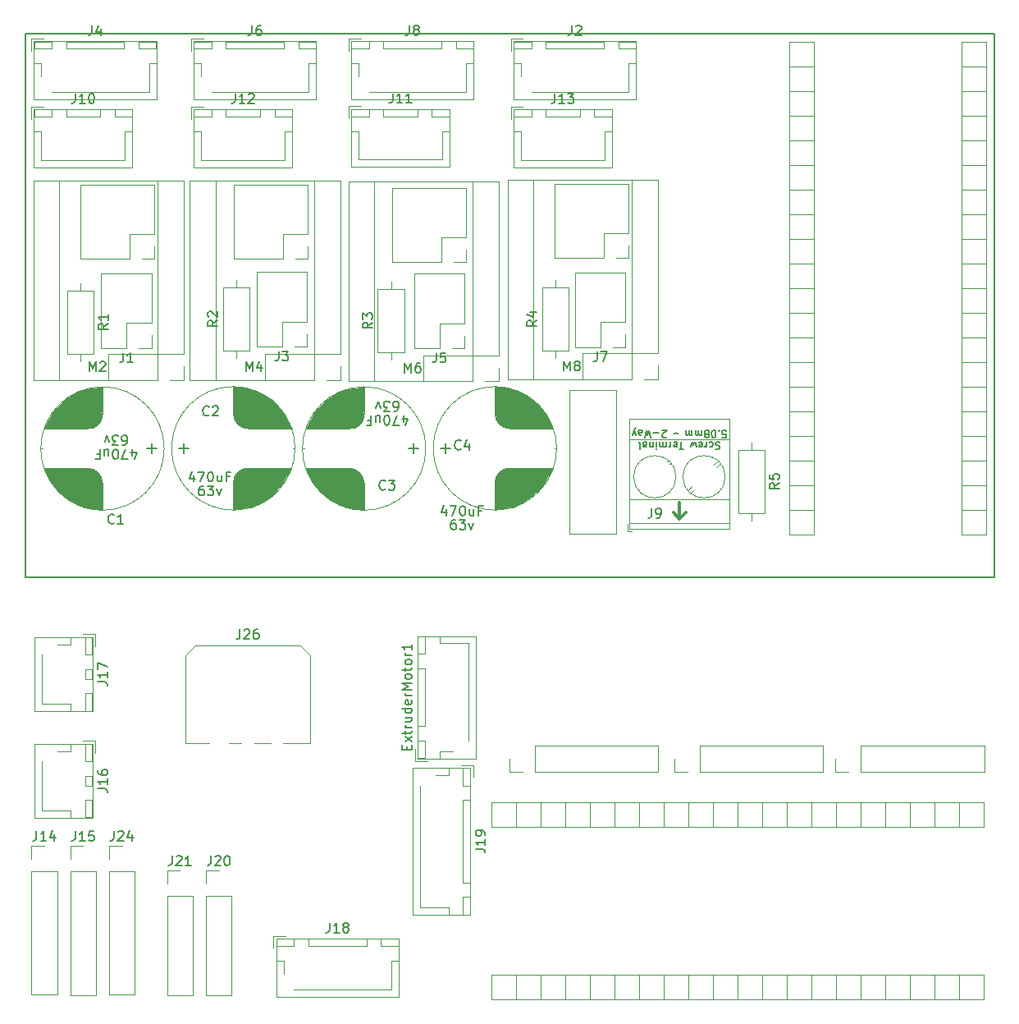
<source format=gbr>
%TF.GenerationSoftware,KiCad,Pcbnew,9.0.0*%
%TF.CreationDate,2025-03-23T11:29:05+11:00*%
%TF.ProjectId,OpenA1K,4f70656e-4131-44b2-9e6b-696361645f70,1*%
%TF.SameCoordinates,Original*%
%TF.FileFunction,Legend,Top*%
%TF.FilePolarity,Positive*%
%FSLAX46Y46*%
G04 Gerber Fmt 4.6, Leading zero omitted, Abs format (unit mm)*
G04 Created by KiCad (PCBNEW 9.0.0) date 2025-03-23 11:29:05*
%MOMM*%
%LPD*%
G01*
G04 APERTURE LIST*
%ADD10C,0.200000*%
%ADD11C,0.150000*%
%ADD12C,0.120000*%
%ADD13C,0.100000*%
%ADD14C,0.020000*%
%ADD15C,0.300000*%
G04 APERTURE END LIST*
D10*
X57532031Y-35244252D02*
X157532031Y-35244252D01*
X157532031Y-91244252D01*
X57532031Y-91244252D01*
X57532031Y-35244252D01*
D11*
X79690476Y-96654819D02*
X79690476Y-97369104D01*
X79690476Y-97369104D02*
X79642857Y-97511961D01*
X79642857Y-97511961D02*
X79547619Y-97607200D01*
X79547619Y-97607200D02*
X79404762Y-97654819D01*
X79404762Y-97654819D02*
X79309524Y-97654819D01*
X80119048Y-96750057D02*
X80166667Y-96702438D01*
X80166667Y-96702438D02*
X80261905Y-96654819D01*
X80261905Y-96654819D02*
X80500000Y-96654819D01*
X80500000Y-96654819D02*
X80595238Y-96702438D01*
X80595238Y-96702438D02*
X80642857Y-96750057D01*
X80642857Y-96750057D02*
X80690476Y-96845295D01*
X80690476Y-96845295D02*
X80690476Y-96940533D01*
X80690476Y-96940533D02*
X80642857Y-97083390D01*
X80642857Y-97083390D02*
X80071429Y-97654819D01*
X80071429Y-97654819D02*
X80690476Y-97654819D01*
X81547619Y-96654819D02*
X81357143Y-96654819D01*
X81357143Y-96654819D02*
X81261905Y-96702438D01*
X81261905Y-96702438D02*
X81214286Y-96750057D01*
X81214286Y-96750057D02*
X81119048Y-96892914D01*
X81119048Y-96892914D02*
X81071429Y-97083390D01*
X81071429Y-97083390D02*
X81071429Y-97464342D01*
X81071429Y-97464342D02*
X81119048Y-97559580D01*
X81119048Y-97559580D02*
X81166667Y-97607200D01*
X81166667Y-97607200D02*
X81261905Y-97654819D01*
X81261905Y-97654819D02*
X81452381Y-97654819D01*
X81452381Y-97654819D02*
X81547619Y-97607200D01*
X81547619Y-97607200D02*
X81595238Y-97559580D01*
X81595238Y-97559580D02*
X81642857Y-97464342D01*
X81642857Y-97464342D02*
X81642857Y-97226247D01*
X81642857Y-97226247D02*
X81595238Y-97131009D01*
X81595238Y-97131009D02*
X81547619Y-97083390D01*
X81547619Y-97083390D02*
X81452381Y-97035771D01*
X81452381Y-97035771D02*
X81261905Y-97035771D01*
X81261905Y-97035771D02*
X81166667Y-97083390D01*
X81166667Y-97083390D02*
X81119048Y-97131009D01*
X81119048Y-97131009D02*
X81071429Y-97226247D01*
X65004819Y-113059523D02*
X65719104Y-113059523D01*
X65719104Y-113059523D02*
X65861961Y-113107142D01*
X65861961Y-113107142D02*
X65957200Y-113202380D01*
X65957200Y-113202380D02*
X66004819Y-113345237D01*
X66004819Y-113345237D02*
X66004819Y-113440475D01*
X66004819Y-112059523D02*
X66004819Y-112630951D01*
X66004819Y-112345237D02*
X65004819Y-112345237D01*
X65004819Y-112345237D02*
X65147676Y-112440475D01*
X65147676Y-112440475D02*
X65242914Y-112535713D01*
X65242914Y-112535713D02*
X65290533Y-112630951D01*
X65004819Y-111202380D02*
X65004819Y-111392856D01*
X65004819Y-111392856D02*
X65052438Y-111488094D01*
X65052438Y-111488094D02*
X65100057Y-111535713D01*
X65100057Y-111535713D02*
X65242914Y-111630951D01*
X65242914Y-111630951D02*
X65433390Y-111678570D01*
X65433390Y-111678570D02*
X65814342Y-111678570D01*
X65814342Y-111678570D02*
X65909580Y-111630951D01*
X65909580Y-111630951D02*
X65957200Y-111583332D01*
X65957200Y-111583332D02*
X66004819Y-111488094D01*
X66004819Y-111488094D02*
X66004819Y-111297618D01*
X66004819Y-111297618D02*
X65957200Y-111202380D01*
X65957200Y-111202380D02*
X65909580Y-111154761D01*
X65909580Y-111154761D02*
X65814342Y-111107142D01*
X65814342Y-111107142D02*
X65576247Y-111107142D01*
X65576247Y-111107142D02*
X65481009Y-111154761D01*
X65481009Y-111154761D02*
X65433390Y-111202380D01*
X65433390Y-111202380D02*
X65385771Y-111297618D01*
X65385771Y-111297618D02*
X65385771Y-111488094D01*
X65385771Y-111488094D02*
X65433390Y-111583332D01*
X65433390Y-111583332D02*
X65481009Y-111630951D01*
X65481009Y-111630951D02*
X65576247Y-111678570D01*
X65004819Y-102059523D02*
X65719104Y-102059523D01*
X65719104Y-102059523D02*
X65861961Y-102107142D01*
X65861961Y-102107142D02*
X65957200Y-102202380D01*
X65957200Y-102202380D02*
X66004819Y-102345237D01*
X66004819Y-102345237D02*
X66004819Y-102440475D01*
X66004819Y-101059523D02*
X66004819Y-101630951D01*
X66004819Y-101345237D02*
X65004819Y-101345237D01*
X65004819Y-101345237D02*
X65147676Y-101440475D01*
X65147676Y-101440475D02*
X65242914Y-101535713D01*
X65242914Y-101535713D02*
X65290533Y-101630951D01*
X65004819Y-100726189D02*
X65004819Y-100059523D01*
X65004819Y-100059523D02*
X66004819Y-100488094D01*
X88940476Y-126904819D02*
X88940476Y-127619104D01*
X88940476Y-127619104D02*
X88892857Y-127761961D01*
X88892857Y-127761961D02*
X88797619Y-127857200D01*
X88797619Y-127857200D02*
X88654762Y-127904819D01*
X88654762Y-127904819D02*
X88559524Y-127904819D01*
X89940476Y-127904819D02*
X89369048Y-127904819D01*
X89654762Y-127904819D02*
X89654762Y-126904819D01*
X89654762Y-126904819D02*
X89559524Y-127047676D01*
X89559524Y-127047676D02*
X89464286Y-127142914D01*
X89464286Y-127142914D02*
X89369048Y-127190533D01*
X90511905Y-127333390D02*
X90416667Y-127285771D01*
X90416667Y-127285771D02*
X90369048Y-127238152D01*
X90369048Y-127238152D02*
X90321429Y-127142914D01*
X90321429Y-127142914D02*
X90321429Y-127095295D01*
X90321429Y-127095295D02*
X90369048Y-127000057D01*
X90369048Y-127000057D02*
X90416667Y-126952438D01*
X90416667Y-126952438D02*
X90511905Y-126904819D01*
X90511905Y-126904819D02*
X90702381Y-126904819D01*
X90702381Y-126904819D02*
X90797619Y-126952438D01*
X90797619Y-126952438D02*
X90845238Y-127000057D01*
X90845238Y-127000057D02*
X90892857Y-127095295D01*
X90892857Y-127095295D02*
X90892857Y-127142914D01*
X90892857Y-127142914D02*
X90845238Y-127238152D01*
X90845238Y-127238152D02*
X90797619Y-127285771D01*
X90797619Y-127285771D02*
X90702381Y-127333390D01*
X90702381Y-127333390D02*
X90511905Y-127333390D01*
X90511905Y-127333390D02*
X90416667Y-127381009D01*
X90416667Y-127381009D02*
X90369048Y-127428628D01*
X90369048Y-127428628D02*
X90321429Y-127523866D01*
X90321429Y-127523866D02*
X90321429Y-127714342D01*
X90321429Y-127714342D02*
X90369048Y-127809580D01*
X90369048Y-127809580D02*
X90416667Y-127857200D01*
X90416667Y-127857200D02*
X90511905Y-127904819D01*
X90511905Y-127904819D02*
X90702381Y-127904819D01*
X90702381Y-127904819D02*
X90797619Y-127857200D01*
X90797619Y-127857200D02*
X90845238Y-127809580D01*
X90845238Y-127809580D02*
X90892857Y-127714342D01*
X90892857Y-127714342D02*
X90892857Y-127523866D01*
X90892857Y-127523866D02*
X90845238Y-127428628D01*
X90845238Y-127428628D02*
X90797619Y-127381009D01*
X90797619Y-127381009D02*
X90702381Y-127333390D01*
X104004819Y-119309523D02*
X104719104Y-119309523D01*
X104719104Y-119309523D02*
X104861961Y-119357142D01*
X104861961Y-119357142D02*
X104957200Y-119452380D01*
X104957200Y-119452380D02*
X105004819Y-119595237D01*
X105004819Y-119595237D02*
X105004819Y-119690475D01*
X105004819Y-118309523D02*
X105004819Y-118880951D01*
X105004819Y-118595237D02*
X104004819Y-118595237D01*
X104004819Y-118595237D02*
X104147676Y-118690475D01*
X104147676Y-118690475D02*
X104242914Y-118785713D01*
X104242914Y-118785713D02*
X104290533Y-118880951D01*
X105004819Y-117833332D02*
X105004819Y-117642856D01*
X105004819Y-117642856D02*
X104957200Y-117547618D01*
X104957200Y-117547618D02*
X104909580Y-117499999D01*
X104909580Y-117499999D02*
X104766723Y-117404761D01*
X104766723Y-117404761D02*
X104576247Y-117357142D01*
X104576247Y-117357142D02*
X104195295Y-117357142D01*
X104195295Y-117357142D02*
X104100057Y-117404761D01*
X104100057Y-117404761D02*
X104052438Y-117452380D01*
X104052438Y-117452380D02*
X104004819Y-117547618D01*
X104004819Y-117547618D02*
X104004819Y-117738094D01*
X104004819Y-117738094D02*
X104052438Y-117833332D01*
X104052438Y-117833332D02*
X104100057Y-117880951D01*
X104100057Y-117880951D02*
X104195295Y-117928570D01*
X104195295Y-117928570D02*
X104433390Y-117928570D01*
X104433390Y-117928570D02*
X104528628Y-117880951D01*
X104528628Y-117880951D02*
X104576247Y-117833332D01*
X104576247Y-117833332D02*
X104623866Y-117738094D01*
X104623866Y-117738094D02*
X104623866Y-117547618D01*
X104623866Y-117547618D02*
X104576247Y-117452380D01*
X104576247Y-117452380D02*
X104528628Y-117404761D01*
X104528628Y-117404761D02*
X104433390Y-117357142D01*
X96881009Y-109054762D02*
X96881009Y-108721429D01*
X97404819Y-108578572D02*
X97404819Y-109054762D01*
X97404819Y-109054762D02*
X96404819Y-109054762D01*
X96404819Y-109054762D02*
X96404819Y-108578572D01*
X97404819Y-108245238D02*
X96738152Y-107721429D01*
X96738152Y-108245238D02*
X97404819Y-107721429D01*
X96738152Y-107483333D02*
X96738152Y-107102381D01*
X96404819Y-107340476D02*
X97261961Y-107340476D01*
X97261961Y-107340476D02*
X97357200Y-107292857D01*
X97357200Y-107292857D02*
X97404819Y-107197619D01*
X97404819Y-107197619D02*
X97404819Y-107102381D01*
X97404819Y-106769047D02*
X96738152Y-106769047D01*
X96928628Y-106769047D02*
X96833390Y-106721428D01*
X96833390Y-106721428D02*
X96785771Y-106673809D01*
X96785771Y-106673809D02*
X96738152Y-106578571D01*
X96738152Y-106578571D02*
X96738152Y-106483333D01*
X96738152Y-105721428D02*
X97404819Y-105721428D01*
X96738152Y-106149999D02*
X97261961Y-106149999D01*
X97261961Y-106149999D02*
X97357200Y-106102380D01*
X97357200Y-106102380D02*
X97404819Y-106007142D01*
X97404819Y-106007142D02*
X97404819Y-105864285D01*
X97404819Y-105864285D02*
X97357200Y-105769047D01*
X97357200Y-105769047D02*
X97309580Y-105721428D01*
X97404819Y-104816666D02*
X96404819Y-104816666D01*
X97357200Y-104816666D02*
X97404819Y-104911904D01*
X97404819Y-104911904D02*
X97404819Y-105102380D01*
X97404819Y-105102380D02*
X97357200Y-105197618D01*
X97357200Y-105197618D02*
X97309580Y-105245237D01*
X97309580Y-105245237D02*
X97214342Y-105292856D01*
X97214342Y-105292856D02*
X96928628Y-105292856D01*
X96928628Y-105292856D02*
X96833390Y-105245237D01*
X96833390Y-105245237D02*
X96785771Y-105197618D01*
X96785771Y-105197618D02*
X96738152Y-105102380D01*
X96738152Y-105102380D02*
X96738152Y-104911904D01*
X96738152Y-104911904D02*
X96785771Y-104816666D01*
X97357200Y-103959523D02*
X97404819Y-104054761D01*
X97404819Y-104054761D02*
X97404819Y-104245237D01*
X97404819Y-104245237D02*
X97357200Y-104340475D01*
X97357200Y-104340475D02*
X97261961Y-104388094D01*
X97261961Y-104388094D02*
X96881009Y-104388094D01*
X96881009Y-104388094D02*
X96785771Y-104340475D01*
X96785771Y-104340475D02*
X96738152Y-104245237D01*
X96738152Y-104245237D02*
X96738152Y-104054761D01*
X96738152Y-104054761D02*
X96785771Y-103959523D01*
X96785771Y-103959523D02*
X96881009Y-103911904D01*
X96881009Y-103911904D02*
X96976247Y-103911904D01*
X96976247Y-103911904D02*
X97071485Y-104388094D01*
X97404819Y-103483332D02*
X96738152Y-103483332D01*
X96928628Y-103483332D02*
X96833390Y-103435713D01*
X96833390Y-103435713D02*
X96785771Y-103388094D01*
X96785771Y-103388094D02*
X96738152Y-103292856D01*
X96738152Y-103292856D02*
X96738152Y-103197618D01*
X97404819Y-102864284D02*
X96404819Y-102864284D01*
X96404819Y-102864284D02*
X97119104Y-102530951D01*
X97119104Y-102530951D02*
X96404819Y-102197618D01*
X96404819Y-102197618D02*
X97404819Y-102197618D01*
X97404819Y-101578570D02*
X97357200Y-101673808D01*
X97357200Y-101673808D02*
X97309580Y-101721427D01*
X97309580Y-101721427D02*
X97214342Y-101769046D01*
X97214342Y-101769046D02*
X96928628Y-101769046D01*
X96928628Y-101769046D02*
X96833390Y-101721427D01*
X96833390Y-101721427D02*
X96785771Y-101673808D01*
X96785771Y-101673808D02*
X96738152Y-101578570D01*
X96738152Y-101578570D02*
X96738152Y-101435713D01*
X96738152Y-101435713D02*
X96785771Y-101340475D01*
X96785771Y-101340475D02*
X96833390Y-101292856D01*
X96833390Y-101292856D02*
X96928628Y-101245237D01*
X96928628Y-101245237D02*
X97214342Y-101245237D01*
X97214342Y-101245237D02*
X97309580Y-101292856D01*
X97309580Y-101292856D02*
X97357200Y-101340475D01*
X97357200Y-101340475D02*
X97404819Y-101435713D01*
X97404819Y-101435713D02*
X97404819Y-101578570D01*
X96738152Y-100959522D02*
X96738152Y-100578570D01*
X96404819Y-100816665D02*
X97261961Y-100816665D01*
X97261961Y-100816665D02*
X97357200Y-100769046D01*
X97357200Y-100769046D02*
X97404819Y-100673808D01*
X97404819Y-100673808D02*
X97404819Y-100578570D01*
X97404819Y-100102379D02*
X97357200Y-100197617D01*
X97357200Y-100197617D02*
X97309580Y-100245236D01*
X97309580Y-100245236D02*
X97214342Y-100292855D01*
X97214342Y-100292855D02*
X96928628Y-100292855D01*
X96928628Y-100292855D02*
X96833390Y-100245236D01*
X96833390Y-100245236D02*
X96785771Y-100197617D01*
X96785771Y-100197617D02*
X96738152Y-100102379D01*
X96738152Y-100102379D02*
X96738152Y-99959522D01*
X96738152Y-99959522D02*
X96785771Y-99864284D01*
X96785771Y-99864284D02*
X96833390Y-99816665D01*
X96833390Y-99816665D02*
X96928628Y-99769046D01*
X96928628Y-99769046D02*
X97214342Y-99769046D01*
X97214342Y-99769046D02*
X97309580Y-99816665D01*
X97309580Y-99816665D02*
X97357200Y-99864284D01*
X97357200Y-99864284D02*
X97404819Y-99959522D01*
X97404819Y-99959522D02*
X97404819Y-100102379D01*
X97404819Y-99340474D02*
X96738152Y-99340474D01*
X96928628Y-99340474D02*
X96833390Y-99292855D01*
X96833390Y-99292855D02*
X96785771Y-99245236D01*
X96785771Y-99245236D02*
X96738152Y-99149998D01*
X96738152Y-99149998D02*
X96738152Y-99054760D01*
X97404819Y-98197617D02*
X97404819Y-98769045D01*
X97404819Y-98483331D02*
X96404819Y-98483331D01*
X96404819Y-98483331D02*
X96547676Y-98578569D01*
X96547676Y-98578569D02*
X96642914Y-98673807D01*
X96642914Y-98673807D02*
X96690533Y-98769045D01*
X66690476Y-117424819D02*
X66690476Y-118139104D01*
X66690476Y-118139104D02*
X66642857Y-118281961D01*
X66642857Y-118281961D02*
X66547619Y-118377200D01*
X66547619Y-118377200D02*
X66404762Y-118424819D01*
X66404762Y-118424819D02*
X66309524Y-118424819D01*
X67119048Y-117520057D02*
X67166667Y-117472438D01*
X67166667Y-117472438D02*
X67261905Y-117424819D01*
X67261905Y-117424819D02*
X67500000Y-117424819D01*
X67500000Y-117424819D02*
X67595238Y-117472438D01*
X67595238Y-117472438D02*
X67642857Y-117520057D01*
X67642857Y-117520057D02*
X67690476Y-117615295D01*
X67690476Y-117615295D02*
X67690476Y-117710533D01*
X67690476Y-117710533D02*
X67642857Y-117853390D01*
X67642857Y-117853390D02*
X67071429Y-118424819D01*
X67071429Y-118424819D02*
X67690476Y-118424819D01*
X68547619Y-117758152D02*
X68547619Y-118424819D01*
X68309524Y-117377200D02*
X68071429Y-118091485D01*
X68071429Y-118091485D02*
X68690476Y-118091485D01*
X135324819Y-81586666D02*
X134848628Y-81919999D01*
X135324819Y-82158094D02*
X134324819Y-82158094D01*
X134324819Y-82158094D02*
X134324819Y-81777142D01*
X134324819Y-81777142D02*
X134372438Y-81681904D01*
X134372438Y-81681904D02*
X134420057Y-81634285D01*
X134420057Y-81634285D02*
X134515295Y-81586666D01*
X134515295Y-81586666D02*
X134658152Y-81586666D01*
X134658152Y-81586666D02*
X134753390Y-81634285D01*
X134753390Y-81634285D02*
X134801009Y-81681904D01*
X134801009Y-81681904D02*
X134848628Y-81777142D01*
X134848628Y-81777142D02*
X134848628Y-82158094D01*
X134324819Y-80681904D02*
X134324819Y-81158094D01*
X134324819Y-81158094D02*
X134801009Y-81205713D01*
X134801009Y-81205713D02*
X134753390Y-81158094D01*
X134753390Y-81158094D02*
X134705771Y-81062856D01*
X134705771Y-81062856D02*
X134705771Y-80824761D01*
X134705771Y-80824761D02*
X134753390Y-80729523D01*
X134753390Y-80729523D02*
X134801009Y-80681904D01*
X134801009Y-80681904D02*
X134896247Y-80634285D01*
X134896247Y-80634285D02*
X135134342Y-80634285D01*
X135134342Y-80634285D02*
X135229580Y-80681904D01*
X135229580Y-80681904D02*
X135277200Y-80729523D01*
X135277200Y-80729523D02*
X135324819Y-80824761D01*
X135324819Y-80824761D02*
X135324819Y-81062856D01*
X135324819Y-81062856D02*
X135277200Y-81158094D01*
X135277200Y-81158094D02*
X135229580Y-81205713D01*
D10*
X102480333Y-78036980D02*
X102432714Y-78084600D01*
X102432714Y-78084600D02*
X102289857Y-78132219D01*
X102289857Y-78132219D02*
X102194619Y-78132219D01*
X102194619Y-78132219D02*
X102051762Y-78084600D01*
X102051762Y-78084600D02*
X101956524Y-77989361D01*
X101956524Y-77989361D02*
X101908905Y-77894123D01*
X101908905Y-77894123D02*
X101861286Y-77703647D01*
X101861286Y-77703647D02*
X101861286Y-77560790D01*
X101861286Y-77560790D02*
X101908905Y-77370314D01*
X101908905Y-77370314D02*
X101956524Y-77275076D01*
X101956524Y-77275076D02*
X102051762Y-77179838D01*
X102051762Y-77179838D02*
X102194619Y-77132219D01*
X102194619Y-77132219D02*
X102289857Y-77132219D01*
X102289857Y-77132219D02*
X102432714Y-77179838D01*
X102432714Y-77179838D02*
X102480333Y-77227457D01*
X103337476Y-77465552D02*
X103337476Y-78132219D01*
X103099381Y-77084600D02*
X102861286Y-77798885D01*
X102861286Y-77798885D02*
X103480333Y-77798885D01*
X100944142Y-84251552D02*
X100944142Y-84918219D01*
X100706047Y-83870600D02*
X100467952Y-84584885D01*
X100467952Y-84584885D02*
X101086999Y-84584885D01*
X101372714Y-83918219D02*
X102039380Y-83918219D01*
X102039380Y-83918219D02*
X101610809Y-84918219D01*
X102610809Y-83918219D02*
X102706047Y-83918219D01*
X102706047Y-83918219D02*
X102801285Y-83965838D01*
X102801285Y-83965838D02*
X102848904Y-84013457D01*
X102848904Y-84013457D02*
X102896523Y-84108695D01*
X102896523Y-84108695D02*
X102944142Y-84299171D01*
X102944142Y-84299171D02*
X102944142Y-84537266D01*
X102944142Y-84537266D02*
X102896523Y-84727742D01*
X102896523Y-84727742D02*
X102848904Y-84822980D01*
X102848904Y-84822980D02*
X102801285Y-84870600D01*
X102801285Y-84870600D02*
X102706047Y-84918219D01*
X102706047Y-84918219D02*
X102610809Y-84918219D01*
X102610809Y-84918219D02*
X102515571Y-84870600D01*
X102515571Y-84870600D02*
X102467952Y-84822980D01*
X102467952Y-84822980D02*
X102420333Y-84727742D01*
X102420333Y-84727742D02*
X102372714Y-84537266D01*
X102372714Y-84537266D02*
X102372714Y-84299171D01*
X102372714Y-84299171D02*
X102420333Y-84108695D01*
X102420333Y-84108695D02*
X102467952Y-84013457D01*
X102467952Y-84013457D02*
X102515571Y-83965838D01*
X102515571Y-83965838D02*
X102610809Y-83918219D01*
X103801285Y-84251552D02*
X103801285Y-84918219D01*
X103372714Y-84251552D02*
X103372714Y-84775361D01*
X103372714Y-84775361D02*
X103420333Y-84870600D01*
X103420333Y-84870600D02*
X103515571Y-84918219D01*
X103515571Y-84918219D02*
X103658428Y-84918219D01*
X103658428Y-84918219D02*
X103753666Y-84870600D01*
X103753666Y-84870600D02*
X103801285Y-84822980D01*
X104610809Y-84394409D02*
X104277476Y-84394409D01*
X104277476Y-84918219D02*
X104277476Y-83918219D01*
X104277476Y-83918219D02*
X104753666Y-83918219D01*
X101920333Y-85347219D02*
X101729857Y-85347219D01*
X101729857Y-85347219D02*
X101634619Y-85394838D01*
X101634619Y-85394838D02*
X101587000Y-85442457D01*
X101587000Y-85442457D02*
X101491762Y-85585314D01*
X101491762Y-85585314D02*
X101444143Y-85775790D01*
X101444143Y-85775790D02*
X101444143Y-86156742D01*
X101444143Y-86156742D02*
X101491762Y-86251980D01*
X101491762Y-86251980D02*
X101539381Y-86299600D01*
X101539381Y-86299600D02*
X101634619Y-86347219D01*
X101634619Y-86347219D02*
X101825095Y-86347219D01*
X101825095Y-86347219D02*
X101920333Y-86299600D01*
X101920333Y-86299600D02*
X101967952Y-86251980D01*
X101967952Y-86251980D02*
X102015571Y-86156742D01*
X102015571Y-86156742D02*
X102015571Y-85918647D01*
X102015571Y-85918647D02*
X101967952Y-85823409D01*
X101967952Y-85823409D02*
X101920333Y-85775790D01*
X101920333Y-85775790D02*
X101825095Y-85728171D01*
X101825095Y-85728171D02*
X101634619Y-85728171D01*
X101634619Y-85728171D02*
X101539381Y-85775790D01*
X101539381Y-85775790D02*
X101491762Y-85823409D01*
X101491762Y-85823409D02*
X101444143Y-85918647D01*
X102348905Y-85347219D02*
X102967952Y-85347219D01*
X102967952Y-85347219D02*
X102634619Y-85728171D01*
X102634619Y-85728171D02*
X102777476Y-85728171D01*
X102777476Y-85728171D02*
X102872714Y-85775790D01*
X102872714Y-85775790D02*
X102920333Y-85823409D01*
X102920333Y-85823409D02*
X102967952Y-85918647D01*
X102967952Y-85918647D02*
X102967952Y-86156742D01*
X102967952Y-86156742D02*
X102920333Y-86251980D01*
X102920333Y-86251980D02*
X102872714Y-86299600D01*
X102872714Y-86299600D02*
X102777476Y-86347219D01*
X102777476Y-86347219D02*
X102491762Y-86347219D01*
X102491762Y-86347219D02*
X102396524Y-86299600D01*
X102396524Y-86299600D02*
X102348905Y-86251980D01*
X103301286Y-85680552D02*
X103539381Y-86347219D01*
X103539381Y-86347219D02*
X103777476Y-85680552D01*
X94686333Y-82176980D02*
X94638714Y-82224600D01*
X94638714Y-82224600D02*
X94495857Y-82272219D01*
X94495857Y-82272219D02*
X94400619Y-82272219D01*
X94400619Y-82272219D02*
X94257762Y-82224600D01*
X94257762Y-82224600D02*
X94162524Y-82129361D01*
X94162524Y-82129361D02*
X94114905Y-82034123D01*
X94114905Y-82034123D02*
X94067286Y-81843647D01*
X94067286Y-81843647D02*
X94067286Y-81700790D01*
X94067286Y-81700790D02*
X94114905Y-81510314D01*
X94114905Y-81510314D02*
X94162524Y-81415076D01*
X94162524Y-81415076D02*
X94257762Y-81319838D01*
X94257762Y-81319838D02*
X94400619Y-81272219D01*
X94400619Y-81272219D02*
X94495857Y-81272219D01*
X94495857Y-81272219D02*
X94638714Y-81319838D01*
X94638714Y-81319838D02*
X94686333Y-81367457D01*
X95019667Y-81272219D02*
X95638714Y-81272219D01*
X95638714Y-81272219D02*
X95305381Y-81653171D01*
X95305381Y-81653171D02*
X95448238Y-81653171D01*
X95448238Y-81653171D02*
X95543476Y-81700790D01*
X95543476Y-81700790D02*
X95591095Y-81748409D01*
X95591095Y-81748409D02*
X95638714Y-81843647D01*
X95638714Y-81843647D02*
X95638714Y-82081742D01*
X95638714Y-82081742D02*
X95591095Y-82176980D01*
X95591095Y-82176980D02*
X95543476Y-82224600D01*
X95543476Y-82224600D02*
X95448238Y-82272219D01*
X95448238Y-82272219D02*
X95162524Y-82272219D01*
X95162524Y-82272219D02*
X95067286Y-82224600D01*
X95067286Y-82224600D02*
X95019667Y-82176980D01*
X96555857Y-75248447D02*
X96555857Y-74581780D01*
X96793952Y-75629400D02*
X97032047Y-74915114D01*
X97032047Y-74915114D02*
X96413000Y-74915114D01*
X96127285Y-75581780D02*
X95460619Y-75581780D01*
X95460619Y-75581780D02*
X95889190Y-74581780D01*
X94889190Y-75581780D02*
X94793952Y-75581780D01*
X94793952Y-75581780D02*
X94698714Y-75534161D01*
X94698714Y-75534161D02*
X94651095Y-75486542D01*
X94651095Y-75486542D02*
X94603476Y-75391304D01*
X94603476Y-75391304D02*
X94555857Y-75200828D01*
X94555857Y-75200828D02*
X94555857Y-74962733D01*
X94555857Y-74962733D02*
X94603476Y-74772257D01*
X94603476Y-74772257D02*
X94651095Y-74677019D01*
X94651095Y-74677019D02*
X94698714Y-74629400D01*
X94698714Y-74629400D02*
X94793952Y-74581780D01*
X94793952Y-74581780D02*
X94889190Y-74581780D01*
X94889190Y-74581780D02*
X94984428Y-74629400D01*
X94984428Y-74629400D02*
X95032047Y-74677019D01*
X95032047Y-74677019D02*
X95079666Y-74772257D01*
X95079666Y-74772257D02*
X95127285Y-74962733D01*
X95127285Y-74962733D02*
X95127285Y-75200828D01*
X95127285Y-75200828D02*
X95079666Y-75391304D01*
X95079666Y-75391304D02*
X95032047Y-75486542D01*
X95032047Y-75486542D02*
X94984428Y-75534161D01*
X94984428Y-75534161D02*
X94889190Y-75581780D01*
X93698714Y-75248447D02*
X93698714Y-74581780D01*
X94127285Y-75248447D02*
X94127285Y-74724638D01*
X94127285Y-74724638D02*
X94079666Y-74629400D01*
X94079666Y-74629400D02*
X93984428Y-74581780D01*
X93984428Y-74581780D02*
X93841571Y-74581780D01*
X93841571Y-74581780D02*
X93746333Y-74629400D01*
X93746333Y-74629400D02*
X93698714Y-74677019D01*
X92889190Y-75105590D02*
X93222523Y-75105590D01*
X93222523Y-74581780D02*
X93222523Y-75581780D01*
X93222523Y-75581780D02*
X92746333Y-75581780D01*
X95579666Y-74152780D02*
X95770142Y-74152780D01*
X95770142Y-74152780D02*
X95865380Y-74105161D01*
X95865380Y-74105161D02*
X95912999Y-74057542D01*
X95912999Y-74057542D02*
X96008237Y-73914685D01*
X96008237Y-73914685D02*
X96055856Y-73724209D01*
X96055856Y-73724209D02*
X96055856Y-73343257D01*
X96055856Y-73343257D02*
X96008237Y-73248019D01*
X96008237Y-73248019D02*
X95960618Y-73200400D01*
X95960618Y-73200400D02*
X95865380Y-73152780D01*
X95865380Y-73152780D02*
X95674904Y-73152780D01*
X95674904Y-73152780D02*
X95579666Y-73200400D01*
X95579666Y-73200400D02*
X95532047Y-73248019D01*
X95532047Y-73248019D02*
X95484428Y-73343257D01*
X95484428Y-73343257D02*
X95484428Y-73581352D01*
X95484428Y-73581352D02*
X95532047Y-73676590D01*
X95532047Y-73676590D02*
X95579666Y-73724209D01*
X95579666Y-73724209D02*
X95674904Y-73771828D01*
X95674904Y-73771828D02*
X95865380Y-73771828D01*
X95865380Y-73771828D02*
X95960618Y-73724209D01*
X95960618Y-73724209D02*
X96008237Y-73676590D01*
X96008237Y-73676590D02*
X96055856Y-73581352D01*
X95151094Y-74152780D02*
X94532047Y-74152780D01*
X94532047Y-74152780D02*
X94865380Y-73771828D01*
X94865380Y-73771828D02*
X94722523Y-73771828D01*
X94722523Y-73771828D02*
X94627285Y-73724209D01*
X94627285Y-73724209D02*
X94579666Y-73676590D01*
X94579666Y-73676590D02*
X94532047Y-73581352D01*
X94532047Y-73581352D02*
X94532047Y-73343257D01*
X94532047Y-73343257D02*
X94579666Y-73248019D01*
X94579666Y-73248019D02*
X94627285Y-73200400D01*
X94627285Y-73200400D02*
X94722523Y-73152780D01*
X94722523Y-73152780D02*
X95008237Y-73152780D01*
X95008237Y-73152780D02*
X95103475Y-73200400D01*
X95103475Y-73200400D02*
X95151094Y-73248019D01*
X94198713Y-73819447D02*
X93960618Y-73152780D01*
X93960618Y-73152780D02*
X93722523Y-73819447D01*
X76480333Y-74536980D02*
X76432714Y-74584600D01*
X76432714Y-74584600D02*
X76289857Y-74632219D01*
X76289857Y-74632219D02*
X76194619Y-74632219D01*
X76194619Y-74632219D02*
X76051762Y-74584600D01*
X76051762Y-74584600D02*
X75956524Y-74489361D01*
X75956524Y-74489361D02*
X75908905Y-74394123D01*
X75908905Y-74394123D02*
X75861286Y-74203647D01*
X75861286Y-74203647D02*
X75861286Y-74060790D01*
X75861286Y-74060790D02*
X75908905Y-73870314D01*
X75908905Y-73870314D02*
X75956524Y-73775076D01*
X75956524Y-73775076D02*
X76051762Y-73679838D01*
X76051762Y-73679838D02*
X76194619Y-73632219D01*
X76194619Y-73632219D02*
X76289857Y-73632219D01*
X76289857Y-73632219D02*
X76432714Y-73679838D01*
X76432714Y-73679838D02*
X76480333Y-73727457D01*
X76861286Y-73727457D02*
X76908905Y-73679838D01*
X76908905Y-73679838D02*
X77004143Y-73632219D01*
X77004143Y-73632219D02*
X77242238Y-73632219D01*
X77242238Y-73632219D02*
X77337476Y-73679838D01*
X77337476Y-73679838D02*
X77385095Y-73727457D01*
X77385095Y-73727457D02*
X77432714Y-73822695D01*
X77432714Y-73822695D02*
X77432714Y-73917933D01*
X77432714Y-73917933D02*
X77385095Y-74060790D01*
X77385095Y-74060790D02*
X76813667Y-74632219D01*
X76813667Y-74632219D02*
X77432714Y-74632219D01*
X74944142Y-80751552D02*
X74944142Y-81418219D01*
X74706047Y-80370600D02*
X74467952Y-81084885D01*
X74467952Y-81084885D02*
X75086999Y-81084885D01*
X75372714Y-80418219D02*
X76039380Y-80418219D01*
X76039380Y-80418219D02*
X75610809Y-81418219D01*
X76610809Y-80418219D02*
X76706047Y-80418219D01*
X76706047Y-80418219D02*
X76801285Y-80465838D01*
X76801285Y-80465838D02*
X76848904Y-80513457D01*
X76848904Y-80513457D02*
X76896523Y-80608695D01*
X76896523Y-80608695D02*
X76944142Y-80799171D01*
X76944142Y-80799171D02*
X76944142Y-81037266D01*
X76944142Y-81037266D02*
X76896523Y-81227742D01*
X76896523Y-81227742D02*
X76848904Y-81322980D01*
X76848904Y-81322980D02*
X76801285Y-81370600D01*
X76801285Y-81370600D02*
X76706047Y-81418219D01*
X76706047Y-81418219D02*
X76610809Y-81418219D01*
X76610809Y-81418219D02*
X76515571Y-81370600D01*
X76515571Y-81370600D02*
X76467952Y-81322980D01*
X76467952Y-81322980D02*
X76420333Y-81227742D01*
X76420333Y-81227742D02*
X76372714Y-81037266D01*
X76372714Y-81037266D02*
X76372714Y-80799171D01*
X76372714Y-80799171D02*
X76420333Y-80608695D01*
X76420333Y-80608695D02*
X76467952Y-80513457D01*
X76467952Y-80513457D02*
X76515571Y-80465838D01*
X76515571Y-80465838D02*
X76610809Y-80418219D01*
X77801285Y-80751552D02*
X77801285Y-81418219D01*
X77372714Y-80751552D02*
X77372714Y-81275361D01*
X77372714Y-81275361D02*
X77420333Y-81370600D01*
X77420333Y-81370600D02*
X77515571Y-81418219D01*
X77515571Y-81418219D02*
X77658428Y-81418219D01*
X77658428Y-81418219D02*
X77753666Y-81370600D01*
X77753666Y-81370600D02*
X77801285Y-81322980D01*
X78610809Y-80894409D02*
X78277476Y-80894409D01*
X78277476Y-81418219D02*
X78277476Y-80418219D01*
X78277476Y-80418219D02*
X78753666Y-80418219D01*
X75920333Y-81847219D02*
X75729857Y-81847219D01*
X75729857Y-81847219D02*
X75634619Y-81894838D01*
X75634619Y-81894838D02*
X75587000Y-81942457D01*
X75587000Y-81942457D02*
X75491762Y-82085314D01*
X75491762Y-82085314D02*
X75444143Y-82275790D01*
X75444143Y-82275790D02*
X75444143Y-82656742D01*
X75444143Y-82656742D02*
X75491762Y-82751980D01*
X75491762Y-82751980D02*
X75539381Y-82799600D01*
X75539381Y-82799600D02*
X75634619Y-82847219D01*
X75634619Y-82847219D02*
X75825095Y-82847219D01*
X75825095Y-82847219D02*
X75920333Y-82799600D01*
X75920333Y-82799600D02*
X75967952Y-82751980D01*
X75967952Y-82751980D02*
X76015571Y-82656742D01*
X76015571Y-82656742D02*
X76015571Y-82418647D01*
X76015571Y-82418647D02*
X75967952Y-82323409D01*
X75967952Y-82323409D02*
X75920333Y-82275790D01*
X75920333Y-82275790D02*
X75825095Y-82228171D01*
X75825095Y-82228171D02*
X75634619Y-82228171D01*
X75634619Y-82228171D02*
X75539381Y-82275790D01*
X75539381Y-82275790D02*
X75491762Y-82323409D01*
X75491762Y-82323409D02*
X75444143Y-82418647D01*
X76348905Y-81847219D02*
X76967952Y-81847219D01*
X76967952Y-81847219D02*
X76634619Y-82228171D01*
X76634619Y-82228171D02*
X76777476Y-82228171D01*
X76777476Y-82228171D02*
X76872714Y-82275790D01*
X76872714Y-82275790D02*
X76920333Y-82323409D01*
X76920333Y-82323409D02*
X76967952Y-82418647D01*
X76967952Y-82418647D02*
X76967952Y-82656742D01*
X76967952Y-82656742D02*
X76920333Y-82751980D01*
X76920333Y-82751980D02*
X76872714Y-82799600D01*
X76872714Y-82799600D02*
X76777476Y-82847219D01*
X76777476Y-82847219D02*
X76491762Y-82847219D01*
X76491762Y-82847219D02*
X76396524Y-82799600D01*
X76396524Y-82799600D02*
X76348905Y-82751980D01*
X77301286Y-82180552D02*
X77539381Y-82847219D01*
X77539381Y-82847219D02*
X77777476Y-82180552D01*
X66686333Y-85676980D02*
X66638714Y-85724600D01*
X66638714Y-85724600D02*
X66495857Y-85772219D01*
X66495857Y-85772219D02*
X66400619Y-85772219D01*
X66400619Y-85772219D02*
X66257762Y-85724600D01*
X66257762Y-85724600D02*
X66162524Y-85629361D01*
X66162524Y-85629361D02*
X66114905Y-85534123D01*
X66114905Y-85534123D02*
X66067286Y-85343647D01*
X66067286Y-85343647D02*
X66067286Y-85200790D01*
X66067286Y-85200790D02*
X66114905Y-85010314D01*
X66114905Y-85010314D02*
X66162524Y-84915076D01*
X66162524Y-84915076D02*
X66257762Y-84819838D01*
X66257762Y-84819838D02*
X66400619Y-84772219D01*
X66400619Y-84772219D02*
X66495857Y-84772219D01*
X66495857Y-84772219D02*
X66638714Y-84819838D01*
X66638714Y-84819838D02*
X66686333Y-84867457D01*
X67638714Y-85772219D02*
X67067286Y-85772219D01*
X67353000Y-85772219D02*
X67353000Y-84772219D01*
X67353000Y-84772219D02*
X67257762Y-84915076D01*
X67257762Y-84915076D02*
X67162524Y-85010314D01*
X67162524Y-85010314D02*
X67067286Y-85057933D01*
X68555857Y-78748447D02*
X68555857Y-78081780D01*
X68793952Y-79129400D02*
X69032047Y-78415114D01*
X69032047Y-78415114D02*
X68413000Y-78415114D01*
X68127285Y-79081780D02*
X67460619Y-79081780D01*
X67460619Y-79081780D02*
X67889190Y-78081780D01*
X66889190Y-79081780D02*
X66793952Y-79081780D01*
X66793952Y-79081780D02*
X66698714Y-79034161D01*
X66698714Y-79034161D02*
X66651095Y-78986542D01*
X66651095Y-78986542D02*
X66603476Y-78891304D01*
X66603476Y-78891304D02*
X66555857Y-78700828D01*
X66555857Y-78700828D02*
X66555857Y-78462733D01*
X66555857Y-78462733D02*
X66603476Y-78272257D01*
X66603476Y-78272257D02*
X66651095Y-78177019D01*
X66651095Y-78177019D02*
X66698714Y-78129400D01*
X66698714Y-78129400D02*
X66793952Y-78081780D01*
X66793952Y-78081780D02*
X66889190Y-78081780D01*
X66889190Y-78081780D02*
X66984428Y-78129400D01*
X66984428Y-78129400D02*
X67032047Y-78177019D01*
X67032047Y-78177019D02*
X67079666Y-78272257D01*
X67079666Y-78272257D02*
X67127285Y-78462733D01*
X67127285Y-78462733D02*
X67127285Y-78700828D01*
X67127285Y-78700828D02*
X67079666Y-78891304D01*
X67079666Y-78891304D02*
X67032047Y-78986542D01*
X67032047Y-78986542D02*
X66984428Y-79034161D01*
X66984428Y-79034161D02*
X66889190Y-79081780D01*
X65698714Y-78748447D02*
X65698714Y-78081780D01*
X66127285Y-78748447D02*
X66127285Y-78224638D01*
X66127285Y-78224638D02*
X66079666Y-78129400D01*
X66079666Y-78129400D02*
X65984428Y-78081780D01*
X65984428Y-78081780D02*
X65841571Y-78081780D01*
X65841571Y-78081780D02*
X65746333Y-78129400D01*
X65746333Y-78129400D02*
X65698714Y-78177019D01*
X64889190Y-78605590D02*
X65222523Y-78605590D01*
X65222523Y-78081780D02*
X65222523Y-79081780D01*
X65222523Y-79081780D02*
X64746333Y-79081780D01*
X67579666Y-77652780D02*
X67770142Y-77652780D01*
X67770142Y-77652780D02*
X67865380Y-77605161D01*
X67865380Y-77605161D02*
X67912999Y-77557542D01*
X67912999Y-77557542D02*
X68008237Y-77414685D01*
X68008237Y-77414685D02*
X68055856Y-77224209D01*
X68055856Y-77224209D02*
X68055856Y-76843257D01*
X68055856Y-76843257D02*
X68008237Y-76748019D01*
X68008237Y-76748019D02*
X67960618Y-76700400D01*
X67960618Y-76700400D02*
X67865380Y-76652780D01*
X67865380Y-76652780D02*
X67674904Y-76652780D01*
X67674904Y-76652780D02*
X67579666Y-76700400D01*
X67579666Y-76700400D02*
X67532047Y-76748019D01*
X67532047Y-76748019D02*
X67484428Y-76843257D01*
X67484428Y-76843257D02*
X67484428Y-77081352D01*
X67484428Y-77081352D02*
X67532047Y-77176590D01*
X67532047Y-77176590D02*
X67579666Y-77224209D01*
X67579666Y-77224209D02*
X67674904Y-77271828D01*
X67674904Y-77271828D02*
X67865380Y-77271828D01*
X67865380Y-77271828D02*
X67960618Y-77224209D01*
X67960618Y-77224209D02*
X68008237Y-77176590D01*
X68008237Y-77176590D02*
X68055856Y-77081352D01*
X67151094Y-77652780D02*
X66532047Y-77652780D01*
X66532047Y-77652780D02*
X66865380Y-77271828D01*
X66865380Y-77271828D02*
X66722523Y-77271828D01*
X66722523Y-77271828D02*
X66627285Y-77224209D01*
X66627285Y-77224209D02*
X66579666Y-77176590D01*
X66579666Y-77176590D02*
X66532047Y-77081352D01*
X66532047Y-77081352D02*
X66532047Y-76843257D01*
X66532047Y-76843257D02*
X66579666Y-76748019D01*
X66579666Y-76748019D02*
X66627285Y-76700400D01*
X66627285Y-76700400D02*
X66722523Y-76652780D01*
X66722523Y-76652780D02*
X67008237Y-76652780D01*
X67008237Y-76652780D02*
X67103475Y-76700400D01*
X67103475Y-76700400D02*
X67151094Y-76748019D01*
X66198713Y-77319447D02*
X65960618Y-76652780D01*
X65960618Y-76652780D02*
X65722523Y-77319447D01*
D11*
X96675873Y-70180619D02*
X96675873Y-69180619D01*
X96675873Y-69180619D02*
X97009206Y-69894904D01*
X97009206Y-69894904D02*
X97342539Y-69180619D01*
X97342539Y-69180619D02*
X97342539Y-70180619D01*
X98247301Y-69180619D02*
X98056825Y-69180619D01*
X98056825Y-69180619D02*
X97961587Y-69228238D01*
X97961587Y-69228238D02*
X97913968Y-69275857D01*
X97913968Y-69275857D02*
X97818730Y-69418714D01*
X97818730Y-69418714D02*
X97771111Y-69609190D01*
X97771111Y-69609190D02*
X97771111Y-69990142D01*
X97771111Y-69990142D02*
X97818730Y-70085380D01*
X97818730Y-70085380D02*
X97866349Y-70133000D01*
X97866349Y-70133000D02*
X97961587Y-70180619D01*
X97961587Y-70180619D02*
X98152063Y-70180619D01*
X98152063Y-70180619D02*
X98247301Y-70133000D01*
X98247301Y-70133000D02*
X98294920Y-70085380D01*
X98294920Y-70085380D02*
X98342539Y-69990142D01*
X98342539Y-69990142D02*
X98342539Y-69752047D01*
X98342539Y-69752047D02*
X98294920Y-69656809D01*
X98294920Y-69656809D02*
X98247301Y-69609190D01*
X98247301Y-69609190D02*
X98152063Y-69561571D01*
X98152063Y-69561571D02*
X97961587Y-69561571D01*
X97961587Y-69561571D02*
X97866349Y-69609190D01*
X97866349Y-69609190D02*
X97818730Y-69656809D01*
X97818730Y-69656809D02*
X97771111Y-69752047D01*
X80318973Y-70058019D02*
X80318973Y-69058019D01*
X80318973Y-69058019D02*
X80652306Y-69772304D01*
X80652306Y-69772304D02*
X80985639Y-69058019D01*
X80985639Y-69058019D02*
X80985639Y-70058019D01*
X81890401Y-69391352D02*
X81890401Y-70058019D01*
X81652306Y-69010400D02*
X81414211Y-69724685D01*
X81414211Y-69724685D02*
X82033258Y-69724685D01*
X64154973Y-70053919D02*
X64154973Y-69053919D01*
X64154973Y-69053919D02*
X64488306Y-69768204D01*
X64488306Y-69768204D02*
X64821639Y-69053919D01*
X64821639Y-69053919D02*
X64821639Y-70053919D01*
X65250211Y-69149157D02*
X65297830Y-69101538D01*
X65297830Y-69101538D02*
X65393068Y-69053919D01*
X65393068Y-69053919D02*
X65631163Y-69053919D01*
X65631163Y-69053919D02*
X65726401Y-69101538D01*
X65726401Y-69101538D02*
X65774020Y-69149157D01*
X65774020Y-69149157D02*
X65821639Y-69244395D01*
X65821639Y-69244395D02*
X65821639Y-69339633D01*
X65821639Y-69339633D02*
X65774020Y-69482490D01*
X65774020Y-69482490D02*
X65202592Y-70053919D01*
X65202592Y-70053919D02*
X65821639Y-70053919D01*
X112190476Y-41404819D02*
X112190476Y-42119104D01*
X112190476Y-42119104D02*
X112142857Y-42261961D01*
X112142857Y-42261961D02*
X112047619Y-42357200D01*
X112047619Y-42357200D02*
X111904762Y-42404819D01*
X111904762Y-42404819D02*
X111809524Y-42404819D01*
X113190476Y-42404819D02*
X112619048Y-42404819D01*
X112904762Y-42404819D02*
X112904762Y-41404819D01*
X112904762Y-41404819D02*
X112809524Y-41547676D01*
X112809524Y-41547676D02*
X112714286Y-41642914D01*
X112714286Y-41642914D02*
X112619048Y-41690533D01*
X113523810Y-41404819D02*
X114142857Y-41404819D01*
X114142857Y-41404819D02*
X113809524Y-41785771D01*
X113809524Y-41785771D02*
X113952381Y-41785771D01*
X113952381Y-41785771D02*
X114047619Y-41833390D01*
X114047619Y-41833390D02*
X114095238Y-41881009D01*
X114095238Y-41881009D02*
X114142857Y-41976247D01*
X114142857Y-41976247D02*
X114142857Y-42214342D01*
X114142857Y-42214342D02*
X114095238Y-42309580D01*
X114095238Y-42309580D02*
X114047619Y-42357200D01*
X114047619Y-42357200D02*
X113952381Y-42404819D01*
X113952381Y-42404819D02*
X113666667Y-42404819D01*
X113666667Y-42404819D02*
X113571429Y-42357200D01*
X113571429Y-42357200D02*
X113523810Y-42309580D01*
X79190476Y-41404819D02*
X79190476Y-42119104D01*
X79190476Y-42119104D02*
X79142857Y-42261961D01*
X79142857Y-42261961D02*
X79047619Y-42357200D01*
X79047619Y-42357200D02*
X78904762Y-42404819D01*
X78904762Y-42404819D02*
X78809524Y-42404819D01*
X80190476Y-42404819D02*
X79619048Y-42404819D01*
X79904762Y-42404819D02*
X79904762Y-41404819D01*
X79904762Y-41404819D02*
X79809524Y-41547676D01*
X79809524Y-41547676D02*
X79714286Y-41642914D01*
X79714286Y-41642914D02*
X79619048Y-41690533D01*
X80571429Y-41500057D02*
X80619048Y-41452438D01*
X80619048Y-41452438D02*
X80714286Y-41404819D01*
X80714286Y-41404819D02*
X80952381Y-41404819D01*
X80952381Y-41404819D02*
X81047619Y-41452438D01*
X81047619Y-41452438D02*
X81095238Y-41500057D01*
X81095238Y-41500057D02*
X81142857Y-41595295D01*
X81142857Y-41595295D02*
X81142857Y-41690533D01*
X81142857Y-41690533D02*
X81095238Y-41833390D01*
X81095238Y-41833390D02*
X80523810Y-42404819D01*
X80523810Y-42404819D02*
X81142857Y-42404819D01*
X95440476Y-41379819D02*
X95440476Y-42094104D01*
X95440476Y-42094104D02*
X95392857Y-42236961D01*
X95392857Y-42236961D02*
X95297619Y-42332200D01*
X95297619Y-42332200D02*
X95154762Y-42379819D01*
X95154762Y-42379819D02*
X95059524Y-42379819D01*
X96440476Y-42379819D02*
X95869048Y-42379819D01*
X96154762Y-42379819D02*
X96154762Y-41379819D01*
X96154762Y-41379819D02*
X96059524Y-41522676D01*
X96059524Y-41522676D02*
X95964286Y-41617914D01*
X95964286Y-41617914D02*
X95869048Y-41665533D01*
X97392857Y-42379819D02*
X96821429Y-42379819D01*
X97107143Y-42379819D02*
X97107143Y-41379819D01*
X97107143Y-41379819D02*
X97011905Y-41522676D01*
X97011905Y-41522676D02*
X96916667Y-41617914D01*
X96916667Y-41617914D02*
X96821429Y-41665533D01*
X62690476Y-41404819D02*
X62690476Y-42119104D01*
X62690476Y-42119104D02*
X62642857Y-42261961D01*
X62642857Y-42261961D02*
X62547619Y-42357200D01*
X62547619Y-42357200D02*
X62404762Y-42404819D01*
X62404762Y-42404819D02*
X62309524Y-42404819D01*
X63690476Y-42404819D02*
X63119048Y-42404819D01*
X63404762Y-42404819D02*
X63404762Y-41404819D01*
X63404762Y-41404819D02*
X63309524Y-41547676D01*
X63309524Y-41547676D02*
X63214286Y-41642914D01*
X63214286Y-41642914D02*
X63119048Y-41690533D01*
X64309524Y-41404819D02*
X64404762Y-41404819D01*
X64404762Y-41404819D02*
X64500000Y-41452438D01*
X64500000Y-41452438D02*
X64547619Y-41500057D01*
X64547619Y-41500057D02*
X64595238Y-41595295D01*
X64595238Y-41595295D02*
X64642857Y-41785771D01*
X64642857Y-41785771D02*
X64642857Y-42023866D01*
X64642857Y-42023866D02*
X64595238Y-42214342D01*
X64595238Y-42214342D02*
X64547619Y-42309580D01*
X64547619Y-42309580D02*
X64500000Y-42357200D01*
X64500000Y-42357200D02*
X64404762Y-42404819D01*
X64404762Y-42404819D02*
X64309524Y-42404819D01*
X64309524Y-42404819D02*
X64214286Y-42357200D01*
X64214286Y-42357200D02*
X64166667Y-42309580D01*
X64166667Y-42309580D02*
X64119048Y-42214342D01*
X64119048Y-42214342D02*
X64071429Y-42023866D01*
X64071429Y-42023866D02*
X64071429Y-41785771D01*
X64071429Y-41785771D02*
X64119048Y-41595295D01*
X64119048Y-41595295D02*
X64166667Y-41500057D01*
X64166667Y-41500057D02*
X64214286Y-41452438D01*
X64214286Y-41452438D02*
X64309524Y-41404819D01*
X93366519Y-65008966D02*
X92890328Y-65342299D01*
X93366519Y-65580394D02*
X92366519Y-65580394D01*
X92366519Y-65580394D02*
X92366519Y-65199442D01*
X92366519Y-65199442D02*
X92414138Y-65104204D01*
X92414138Y-65104204D02*
X92461757Y-65056585D01*
X92461757Y-65056585D02*
X92556995Y-65008966D01*
X92556995Y-65008966D02*
X92699852Y-65008966D01*
X92699852Y-65008966D02*
X92795090Y-65056585D01*
X92795090Y-65056585D02*
X92842709Y-65104204D01*
X92842709Y-65104204D02*
X92890328Y-65199442D01*
X92890328Y-65199442D02*
X92890328Y-65580394D01*
X92366519Y-64675632D02*
X92366519Y-64056585D01*
X92366519Y-64056585D02*
X92747471Y-64389918D01*
X92747471Y-64389918D02*
X92747471Y-64247061D01*
X92747471Y-64247061D02*
X92795090Y-64151823D01*
X92795090Y-64151823D02*
X92842709Y-64104204D01*
X92842709Y-64104204D02*
X92937947Y-64056585D01*
X92937947Y-64056585D02*
X93176042Y-64056585D01*
X93176042Y-64056585D02*
X93271280Y-64104204D01*
X93271280Y-64104204D02*
X93318900Y-64151823D01*
X93318900Y-64151823D02*
X93366519Y-64247061D01*
X93366519Y-64247061D02*
X93366519Y-64532775D01*
X93366519Y-64532775D02*
X93318900Y-64628013D01*
X93318900Y-64628013D02*
X93271280Y-64675632D01*
X77369619Y-64816366D02*
X76893428Y-65149699D01*
X77369619Y-65387794D02*
X76369619Y-65387794D01*
X76369619Y-65387794D02*
X76369619Y-65006842D01*
X76369619Y-65006842D02*
X76417238Y-64911604D01*
X76417238Y-64911604D02*
X76464857Y-64863985D01*
X76464857Y-64863985D02*
X76560095Y-64816366D01*
X76560095Y-64816366D02*
X76702952Y-64816366D01*
X76702952Y-64816366D02*
X76798190Y-64863985D01*
X76798190Y-64863985D02*
X76845809Y-64911604D01*
X76845809Y-64911604D02*
X76893428Y-65006842D01*
X76893428Y-65006842D02*
X76893428Y-65387794D01*
X76464857Y-64435413D02*
X76417238Y-64387794D01*
X76417238Y-64387794D02*
X76369619Y-64292556D01*
X76369619Y-64292556D02*
X76369619Y-64054461D01*
X76369619Y-64054461D02*
X76417238Y-63959223D01*
X76417238Y-63959223D02*
X76464857Y-63911604D01*
X76464857Y-63911604D02*
X76560095Y-63863985D01*
X76560095Y-63863985D02*
X76655333Y-63863985D01*
X76655333Y-63863985D02*
X76798190Y-63911604D01*
X76798190Y-63911604D02*
X77369619Y-64483032D01*
X77369619Y-64483032D02*
X77369619Y-63863985D01*
X66066419Y-65148266D02*
X65590228Y-65481599D01*
X66066419Y-65719694D02*
X65066419Y-65719694D01*
X65066419Y-65719694D02*
X65066419Y-65338742D01*
X65066419Y-65338742D02*
X65114038Y-65243504D01*
X65114038Y-65243504D02*
X65161657Y-65195885D01*
X65161657Y-65195885D02*
X65256895Y-65148266D01*
X65256895Y-65148266D02*
X65399752Y-65148266D01*
X65399752Y-65148266D02*
X65494990Y-65195885D01*
X65494990Y-65195885D02*
X65542609Y-65243504D01*
X65542609Y-65243504D02*
X65590228Y-65338742D01*
X65590228Y-65338742D02*
X65590228Y-65719694D01*
X66066419Y-64195885D02*
X66066419Y-64767313D01*
X66066419Y-64481599D02*
X65066419Y-64481599D01*
X65066419Y-64481599D02*
X65209276Y-64576837D01*
X65209276Y-64576837D02*
X65304514Y-64672075D01*
X65304514Y-64672075D02*
X65352133Y-64767313D01*
X72690476Y-120004819D02*
X72690476Y-120719104D01*
X72690476Y-120719104D02*
X72642857Y-120861961D01*
X72642857Y-120861961D02*
X72547619Y-120957200D01*
X72547619Y-120957200D02*
X72404762Y-121004819D01*
X72404762Y-121004819D02*
X72309524Y-121004819D01*
X73119048Y-120100057D02*
X73166667Y-120052438D01*
X73166667Y-120052438D02*
X73261905Y-120004819D01*
X73261905Y-120004819D02*
X73500000Y-120004819D01*
X73500000Y-120004819D02*
X73595238Y-120052438D01*
X73595238Y-120052438D02*
X73642857Y-120100057D01*
X73642857Y-120100057D02*
X73690476Y-120195295D01*
X73690476Y-120195295D02*
X73690476Y-120290533D01*
X73690476Y-120290533D02*
X73642857Y-120433390D01*
X73642857Y-120433390D02*
X73071429Y-121004819D01*
X73071429Y-121004819D02*
X73690476Y-121004819D01*
X74642857Y-121004819D02*
X74071429Y-121004819D01*
X74357143Y-121004819D02*
X74357143Y-120004819D01*
X74357143Y-120004819D02*
X74261905Y-120147676D01*
X74261905Y-120147676D02*
X74166667Y-120242914D01*
X74166667Y-120242914D02*
X74071429Y-120290533D01*
X76690476Y-120004819D02*
X76690476Y-120719104D01*
X76690476Y-120719104D02*
X76642857Y-120861961D01*
X76642857Y-120861961D02*
X76547619Y-120957200D01*
X76547619Y-120957200D02*
X76404762Y-121004819D01*
X76404762Y-121004819D02*
X76309524Y-121004819D01*
X77119048Y-120100057D02*
X77166667Y-120052438D01*
X77166667Y-120052438D02*
X77261905Y-120004819D01*
X77261905Y-120004819D02*
X77500000Y-120004819D01*
X77500000Y-120004819D02*
X77595238Y-120052438D01*
X77595238Y-120052438D02*
X77642857Y-120100057D01*
X77642857Y-120100057D02*
X77690476Y-120195295D01*
X77690476Y-120195295D02*
X77690476Y-120290533D01*
X77690476Y-120290533D02*
X77642857Y-120433390D01*
X77642857Y-120433390D02*
X77071429Y-121004819D01*
X77071429Y-121004819D02*
X77690476Y-121004819D01*
X78309524Y-120004819D02*
X78404762Y-120004819D01*
X78404762Y-120004819D02*
X78500000Y-120052438D01*
X78500000Y-120052438D02*
X78547619Y-120100057D01*
X78547619Y-120100057D02*
X78595238Y-120195295D01*
X78595238Y-120195295D02*
X78642857Y-120385771D01*
X78642857Y-120385771D02*
X78642857Y-120623866D01*
X78642857Y-120623866D02*
X78595238Y-120814342D01*
X78595238Y-120814342D02*
X78547619Y-120909580D01*
X78547619Y-120909580D02*
X78500000Y-120957200D01*
X78500000Y-120957200D02*
X78404762Y-121004819D01*
X78404762Y-121004819D02*
X78309524Y-121004819D01*
X78309524Y-121004819D02*
X78214286Y-120957200D01*
X78214286Y-120957200D02*
X78166667Y-120909580D01*
X78166667Y-120909580D02*
X78119048Y-120814342D01*
X78119048Y-120814342D02*
X78071429Y-120623866D01*
X78071429Y-120623866D02*
X78071429Y-120385771D01*
X78071429Y-120385771D02*
X78119048Y-120195295D01*
X78119048Y-120195295D02*
X78166667Y-120100057D01*
X78166667Y-120100057D02*
X78214286Y-120052438D01*
X78214286Y-120052438D02*
X78309524Y-120004819D01*
X62690476Y-117464819D02*
X62690476Y-118179104D01*
X62690476Y-118179104D02*
X62642857Y-118321961D01*
X62642857Y-118321961D02*
X62547619Y-118417200D01*
X62547619Y-118417200D02*
X62404762Y-118464819D01*
X62404762Y-118464819D02*
X62309524Y-118464819D01*
X63690476Y-118464819D02*
X63119048Y-118464819D01*
X63404762Y-118464819D02*
X63404762Y-117464819D01*
X63404762Y-117464819D02*
X63309524Y-117607676D01*
X63309524Y-117607676D02*
X63214286Y-117702914D01*
X63214286Y-117702914D02*
X63119048Y-117750533D01*
X64595238Y-117464819D02*
X64119048Y-117464819D01*
X64119048Y-117464819D02*
X64071429Y-117941009D01*
X64071429Y-117941009D02*
X64119048Y-117893390D01*
X64119048Y-117893390D02*
X64214286Y-117845771D01*
X64214286Y-117845771D02*
X64452381Y-117845771D01*
X64452381Y-117845771D02*
X64547619Y-117893390D01*
X64547619Y-117893390D02*
X64595238Y-117941009D01*
X64595238Y-117941009D02*
X64642857Y-118036247D01*
X64642857Y-118036247D02*
X64642857Y-118274342D01*
X64642857Y-118274342D02*
X64595238Y-118369580D01*
X64595238Y-118369580D02*
X64547619Y-118417200D01*
X64547619Y-118417200D02*
X64452381Y-118464819D01*
X64452381Y-118464819D02*
X64214286Y-118464819D01*
X64214286Y-118464819D02*
X64119048Y-118417200D01*
X64119048Y-118417200D02*
X64071429Y-118369580D01*
X58690476Y-117424819D02*
X58690476Y-118139104D01*
X58690476Y-118139104D02*
X58642857Y-118281961D01*
X58642857Y-118281961D02*
X58547619Y-118377200D01*
X58547619Y-118377200D02*
X58404762Y-118424819D01*
X58404762Y-118424819D02*
X58309524Y-118424819D01*
X59690476Y-118424819D02*
X59119048Y-118424819D01*
X59404762Y-118424819D02*
X59404762Y-117424819D01*
X59404762Y-117424819D02*
X59309524Y-117567676D01*
X59309524Y-117567676D02*
X59214286Y-117662914D01*
X59214286Y-117662914D02*
X59119048Y-117710533D01*
X60547619Y-117758152D02*
X60547619Y-118424819D01*
X60309524Y-117377200D02*
X60071429Y-118091485D01*
X60071429Y-118091485D02*
X60690476Y-118091485D01*
X122166666Y-84184819D02*
X122166666Y-84899104D01*
X122166666Y-84899104D02*
X122119047Y-85041961D01*
X122119047Y-85041961D02*
X122023809Y-85137200D01*
X122023809Y-85137200D02*
X121880952Y-85184819D01*
X121880952Y-85184819D02*
X121785714Y-85184819D01*
X122690476Y-85184819D02*
X122880952Y-85184819D01*
X122880952Y-85184819D02*
X122976190Y-85137200D01*
X122976190Y-85137200D02*
X123023809Y-85089580D01*
X123023809Y-85089580D02*
X123119047Y-84946723D01*
X123119047Y-84946723D02*
X123166666Y-84756247D01*
X123166666Y-84756247D02*
X123166666Y-84375295D01*
X123166666Y-84375295D02*
X123119047Y-84280057D01*
X123119047Y-84280057D02*
X123071428Y-84232438D01*
X123071428Y-84232438D02*
X122976190Y-84184819D01*
X122976190Y-84184819D02*
X122785714Y-84184819D01*
X122785714Y-84184819D02*
X122690476Y-84232438D01*
X122690476Y-84232438D02*
X122642857Y-84280057D01*
X122642857Y-84280057D02*
X122595238Y-84375295D01*
X122595238Y-84375295D02*
X122595238Y-84613390D01*
X122595238Y-84613390D02*
X122642857Y-84708628D01*
X122642857Y-84708628D02*
X122690476Y-84756247D01*
X122690476Y-84756247D02*
X122785714Y-84803866D01*
X122785714Y-84803866D02*
X122976190Y-84803866D01*
X122976190Y-84803866D02*
X123071428Y-84756247D01*
X123071428Y-84756247D02*
X123119047Y-84708628D01*
X123119047Y-84708628D02*
X123166666Y-84613390D01*
X129468571Y-76859085D02*
X129825714Y-76859085D01*
X129825714Y-76859085D02*
X129861428Y-76501942D01*
X129861428Y-76501942D02*
X129825714Y-76537657D01*
X129825714Y-76537657D02*
X129754286Y-76573371D01*
X129754286Y-76573371D02*
X129575714Y-76573371D01*
X129575714Y-76573371D02*
X129504286Y-76537657D01*
X129504286Y-76537657D02*
X129468571Y-76501942D01*
X129468571Y-76501942D02*
X129432857Y-76430514D01*
X129432857Y-76430514D02*
X129432857Y-76251942D01*
X129432857Y-76251942D02*
X129468571Y-76180514D01*
X129468571Y-76180514D02*
X129504286Y-76144800D01*
X129504286Y-76144800D02*
X129575714Y-76109085D01*
X129575714Y-76109085D02*
X129754286Y-76109085D01*
X129754286Y-76109085D02*
X129825714Y-76144800D01*
X129825714Y-76144800D02*
X129861428Y-76180514D01*
X129111428Y-76180514D02*
X129075714Y-76144800D01*
X129075714Y-76144800D02*
X129111428Y-76109085D01*
X129111428Y-76109085D02*
X129147142Y-76144800D01*
X129147142Y-76144800D02*
X129111428Y-76180514D01*
X129111428Y-76180514D02*
X129111428Y-76109085D01*
X128611428Y-76859085D02*
X128539999Y-76859085D01*
X128539999Y-76859085D02*
X128468571Y-76823371D01*
X128468571Y-76823371D02*
X128432857Y-76787657D01*
X128432857Y-76787657D02*
X128397142Y-76716228D01*
X128397142Y-76716228D02*
X128361428Y-76573371D01*
X128361428Y-76573371D02*
X128361428Y-76394800D01*
X128361428Y-76394800D02*
X128397142Y-76251942D01*
X128397142Y-76251942D02*
X128432857Y-76180514D01*
X128432857Y-76180514D02*
X128468571Y-76144800D01*
X128468571Y-76144800D02*
X128539999Y-76109085D01*
X128539999Y-76109085D02*
X128611428Y-76109085D01*
X128611428Y-76109085D02*
X128682857Y-76144800D01*
X128682857Y-76144800D02*
X128718571Y-76180514D01*
X128718571Y-76180514D02*
X128754285Y-76251942D01*
X128754285Y-76251942D02*
X128789999Y-76394800D01*
X128789999Y-76394800D02*
X128789999Y-76573371D01*
X128789999Y-76573371D02*
X128754285Y-76716228D01*
X128754285Y-76716228D02*
X128718571Y-76787657D01*
X128718571Y-76787657D02*
X128682857Y-76823371D01*
X128682857Y-76823371D02*
X128611428Y-76859085D01*
X127932856Y-76537657D02*
X128004285Y-76573371D01*
X128004285Y-76573371D02*
X128039999Y-76609085D01*
X128039999Y-76609085D02*
X128075713Y-76680514D01*
X128075713Y-76680514D02*
X128075713Y-76716228D01*
X128075713Y-76716228D02*
X128039999Y-76787657D01*
X128039999Y-76787657D02*
X128004285Y-76823371D01*
X128004285Y-76823371D02*
X127932856Y-76859085D01*
X127932856Y-76859085D02*
X127789999Y-76859085D01*
X127789999Y-76859085D02*
X127718571Y-76823371D01*
X127718571Y-76823371D02*
X127682856Y-76787657D01*
X127682856Y-76787657D02*
X127647142Y-76716228D01*
X127647142Y-76716228D02*
X127647142Y-76680514D01*
X127647142Y-76680514D02*
X127682856Y-76609085D01*
X127682856Y-76609085D02*
X127718571Y-76573371D01*
X127718571Y-76573371D02*
X127789999Y-76537657D01*
X127789999Y-76537657D02*
X127932856Y-76537657D01*
X127932856Y-76537657D02*
X128004285Y-76501942D01*
X128004285Y-76501942D02*
X128039999Y-76466228D01*
X128039999Y-76466228D02*
X128075713Y-76394800D01*
X128075713Y-76394800D02*
X128075713Y-76251942D01*
X128075713Y-76251942D02*
X128039999Y-76180514D01*
X128039999Y-76180514D02*
X128004285Y-76144800D01*
X128004285Y-76144800D02*
X127932856Y-76109085D01*
X127932856Y-76109085D02*
X127789999Y-76109085D01*
X127789999Y-76109085D02*
X127718571Y-76144800D01*
X127718571Y-76144800D02*
X127682856Y-76180514D01*
X127682856Y-76180514D02*
X127647142Y-76251942D01*
X127647142Y-76251942D02*
X127647142Y-76394800D01*
X127647142Y-76394800D02*
X127682856Y-76466228D01*
X127682856Y-76466228D02*
X127718571Y-76501942D01*
X127718571Y-76501942D02*
X127789999Y-76537657D01*
X127325713Y-76109085D02*
X127325713Y-76609085D01*
X127325713Y-76537657D02*
X127289999Y-76573371D01*
X127289999Y-76573371D02*
X127218570Y-76609085D01*
X127218570Y-76609085D02*
X127111427Y-76609085D01*
X127111427Y-76609085D02*
X127039999Y-76573371D01*
X127039999Y-76573371D02*
X127004285Y-76501942D01*
X127004285Y-76501942D02*
X127004285Y-76109085D01*
X127004285Y-76501942D02*
X126968570Y-76573371D01*
X126968570Y-76573371D02*
X126897142Y-76609085D01*
X126897142Y-76609085D02*
X126789999Y-76609085D01*
X126789999Y-76609085D02*
X126718570Y-76573371D01*
X126718570Y-76573371D02*
X126682856Y-76501942D01*
X126682856Y-76501942D02*
X126682856Y-76109085D01*
X126325713Y-76109085D02*
X126325713Y-76609085D01*
X126325713Y-76537657D02*
X126289999Y-76573371D01*
X126289999Y-76573371D02*
X126218570Y-76609085D01*
X126218570Y-76609085D02*
X126111427Y-76609085D01*
X126111427Y-76609085D02*
X126039999Y-76573371D01*
X126039999Y-76573371D02*
X126004285Y-76501942D01*
X126004285Y-76501942D02*
X126004285Y-76109085D01*
X126004285Y-76501942D02*
X125968570Y-76573371D01*
X125968570Y-76573371D02*
X125897142Y-76609085D01*
X125897142Y-76609085D02*
X125789999Y-76609085D01*
X125789999Y-76609085D02*
X125718570Y-76573371D01*
X125718570Y-76573371D02*
X125682856Y-76501942D01*
X125682856Y-76501942D02*
X125682856Y-76109085D01*
X124861427Y-76394800D02*
X124825713Y-76430514D01*
X124825713Y-76430514D02*
X124754284Y-76466228D01*
X124754284Y-76466228D02*
X124611427Y-76394800D01*
X124611427Y-76394800D02*
X124539998Y-76430514D01*
X124539998Y-76430514D02*
X124504284Y-76466228D01*
X123682855Y-76787657D02*
X123647141Y-76823371D01*
X123647141Y-76823371D02*
X123575713Y-76859085D01*
X123575713Y-76859085D02*
X123397141Y-76859085D01*
X123397141Y-76859085D02*
X123325713Y-76823371D01*
X123325713Y-76823371D02*
X123289998Y-76787657D01*
X123289998Y-76787657D02*
X123254284Y-76716228D01*
X123254284Y-76716228D02*
X123254284Y-76644800D01*
X123254284Y-76644800D02*
X123289998Y-76537657D01*
X123289998Y-76537657D02*
X123718570Y-76109085D01*
X123718570Y-76109085D02*
X123254284Y-76109085D01*
X122932855Y-76394800D02*
X122361427Y-76394800D01*
X122075713Y-76859085D02*
X121897141Y-76109085D01*
X121897141Y-76109085D02*
X121754284Y-76644800D01*
X121754284Y-76644800D02*
X121611427Y-76109085D01*
X121611427Y-76109085D02*
X121432856Y-76859085D01*
X120825713Y-76109085D02*
X120825713Y-76501942D01*
X120825713Y-76501942D02*
X120861427Y-76573371D01*
X120861427Y-76573371D02*
X120932855Y-76609085D01*
X120932855Y-76609085D02*
X121075713Y-76609085D01*
X121075713Y-76609085D02*
X121147141Y-76573371D01*
X120825713Y-76144800D02*
X120897141Y-76109085D01*
X120897141Y-76109085D02*
X121075713Y-76109085D01*
X121075713Y-76109085D02*
X121147141Y-76144800D01*
X121147141Y-76144800D02*
X121182855Y-76216228D01*
X121182855Y-76216228D02*
X121182855Y-76287657D01*
X121182855Y-76287657D02*
X121147141Y-76359085D01*
X121147141Y-76359085D02*
X121075713Y-76394800D01*
X121075713Y-76394800D02*
X120897141Y-76394800D01*
X120897141Y-76394800D02*
X120825713Y-76430514D01*
X120539999Y-76609085D02*
X120361427Y-76109085D01*
X120182856Y-76609085D02*
X120361427Y-76109085D01*
X120361427Y-76109085D02*
X120432856Y-75930514D01*
X120432856Y-75930514D02*
X120468570Y-75894800D01*
X120468570Y-75894800D02*
X120539999Y-75859085D01*
X129200713Y-77372300D02*
X129093571Y-77336585D01*
X129093571Y-77336585D02*
X128914999Y-77336585D01*
X128914999Y-77336585D02*
X128843571Y-77372300D01*
X128843571Y-77372300D02*
X128807856Y-77408014D01*
X128807856Y-77408014D02*
X128772142Y-77479442D01*
X128772142Y-77479442D02*
X128772142Y-77550871D01*
X128772142Y-77550871D02*
X128807856Y-77622300D01*
X128807856Y-77622300D02*
X128843571Y-77658014D01*
X128843571Y-77658014D02*
X128914999Y-77693728D01*
X128914999Y-77693728D02*
X129057856Y-77729442D01*
X129057856Y-77729442D02*
X129129285Y-77765157D01*
X129129285Y-77765157D02*
X129164999Y-77800871D01*
X129164999Y-77800871D02*
X129200713Y-77872300D01*
X129200713Y-77872300D02*
X129200713Y-77943728D01*
X129200713Y-77943728D02*
X129164999Y-78015157D01*
X129164999Y-78015157D02*
X129129285Y-78050871D01*
X129129285Y-78050871D02*
X129057856Y-78086585D01*
X129057856Y-78086585D02*
X128879285Y-78086585D01*
X128879285Y-78086585D02*
X128772142Y-78050871D01*
X128129285Y-77372300D02*
X128200713Y-77336585D01*
X128200713Y-77336585D02*
X128343570Y-77336585D01*
X128343570Y-77336585D02*
X128414999Y-77372300D01*
X128414999Y-77372300D02*
X128450713Y-77408014D01*
X128450713Y-77408014D02*
X128486427Y-77479442D01*
X128486427Y-77479442D02*
X128486427Y-77693728D01*
X128486427Y-77693728D02*
X128450713Y-77765157D01*
X128450713Y-77765157D02*
X128414999Y-77800871D01*
X128414999Y-77800871D02*
X128343570Y-77836585D01*
X128343570Y-77836585D02*
X128200713Y-77836585D01*
X128200713Y-77836585D02*
X128129285Y-77800871D01*
X127807856Y-77336585D02*
X127807856Y-77836585D01*
X127807856Y-77693728D02*
X127772142Y-77765157D01*
X127772142Y-77765157D02*
X127736428Y-77800871D01*
X127736428Y-77800871D02*
X127664999Y-77836585D01*
X127664999Y-77836585D02*
X127593570Y-77836585D01*
X127057856Y-77372300D02*
X127129284Y-77336585D01*
X127129284Y-77336585D02*
X127272142Y-77336585D01*
X127272142Y-77336585D02*
X127343570Y-77372300D01*
X127343570Y-77372300D02*
X127379284Y-77443728D01*
X127379284Y-77443728D02*
X127379284Y-77729442D01*
X127379284Y-77729442D02*
X127343570Y-77800871D01*
X127343570Y-77800871D02*
X127272142Y-77836585D01*
X127272142Y-77836585D02*
X127129284Y-77836585D01*
X127129284Y-77836585D02*
X127057856Y-77800871D01*
X127057856Y-77800871D02*
X127022142Y-77729442D01*
X127022142Y-77729442D02*
X127022142Y-77658014D01*
X127022142Y-77658014D02*
X127379284Y-77586585D01*
X126772142Y-77836585D02*
X126629285Y-77336585D01*
X126629285Y-77336585D02*
X126486427Y-77693728D01*
X126486427Y-77693728D02*
X126343570Y-77336585D01*
X126343570Y-77336585D02*
X126200713Y-77836585D01*
X125450713Y-78086585D02*
X125022142Y-78086585D01*
X125236427Y-77336585D02*
X125236427Y-78086585D01*
X124486427Y-77372300D02*
X124557855Y-77336585D01*
X124557855Y-77336585D02*
X124700713Y-77336585D01*
X124700713Y-77336585D02*
X124772141Y-77372300D01*
X124772141Y-77372300D02*
X124807855Y-77443728D01*
X124807855Y-77443728D02*
X124807855Y-77729442D01*
X124807855Y-77729442D02*
X124772141Y-77800871D01*
X124772141Y-77800871D02*
X124700713Y-77836585D01*
X124700713Y-77836585D02*
X124557855Y-77836585D01*
X124557855Y-77836585D02*
X124486427Y-77800871D01*
X124486427Y-77800871D02*
X124450713Y-77729442D01*
X124450713Y-77729442D02*
X124450713Y-77658014D01*
X124450713Y-77658014D02*
X124807855Y-77586585D01*
X124129284Y-77336585D02*
X124129284Y-77836585D01*
X124129284Y-77693728D02*
X124093570Y-77765157D01*
X124093570Y-77765157D02*
X124057856Y-77800871D01*
X124057856Y-77800871D02*
X123986427Y-77836585D01*
X123986427Y-77836585D02*
X123914998Y-77836585D01*
X123664998Y-77336585D02*
X123664998Y-77836585D01*
X123664998Y-77765157D02*
X123629284Y-77800871D01*
X123629284Y-77800871D02*
X123557855Y-77836585D01*
X123557855Y-77836585D02*
X123450712Y-77836585D01*
X123450712Y-77836585D02*
X123379284Y-77800871D01*
X123379284Y-77800871D02*
X123343570Y-77729442D01*
X123343570Y-77729442D02*
X123343570Y-77336585D01*
X123343570Y-77729442D02*
X123307855Y-77800871D01*
X123307855Y-77800871D02*
X123236427Y-77836585D01*
X123236427Y-77836585D02*
X123129284Y-77836585D01*
X123129284Y-77836585D02*
X123057855Y-77800871D01*
X123057855Y-77800871D02*
X123022141Y-77729442D01*
X123022141Y-77729442D02*
X123022141Y-77336585D01*
X122664998Y-77336585D02*
X122664998Y-77836585D01*
X122664998Y-78086585D02*
X122700712Y-78050871D01*
X122700712Y-78050871D02*
X122664998Y-78015157D01*
X122664998Y-78015157D02*
X122629284Y-78050871D01*
X122629284Y-78050871D02*
X122664998Y-78086585D01*
X122664998Y-78086585D02*
X122664998Y-78015157D01*
X122307855Y-77836585D02*
X122307855Y-77336585D01*
X122307855Y-77765157D02*
X122272141Y-77800871D01*
X122272141Y-77800871D02*
X122200712Y-77836585D01*
X122200712Y-77836585D02*
X122093569Y-77836585D01*
X122093569Y-77836585D02*
X122022141Y-77800871D01*
X122022141Y-77800871D02*
X121986427Y-77729442D01*
X121986427Y-77729442D02*
X121986427Y-77336585D01*
X121307856Y-77336585D02*
X121307856Y-77729442D01*
X121307856Y-77729442D02*
X121343570Y-77800871D01*
X121343570Y-77800871D02*
X121414998Y-77836585D01*
X121414998Y-77836585D02*
X121557856Y-77836585D01*
X121557856Y-77836585D02*
X121629284Y-77800871D01*
X121307856Y-77372300D02*
X121379284Y-77336585D01*
X121379284Y-77336585D02*
X121557856Y-77336585D01*
X121557856Y-77336585D02*
X121629284Y-77372300D01*
X121629284Y-77372300D02*
X121664998Y-77443728D01*
X121664998Y-77443728D02*
X121664998Y-77515157D01*
X121664998Y-77515157D02*
X121629284Y-77586585D01*
X121629284Y-77586585D02*
X121557856Y-77622300D01*
X121557856Y-77622300D02*
X121379284Y-77622300D01*
X121379284Y-77622300D02*
X121307856Y-77658014D01*
X120843570Y-77336585D02*
X120914999Y-77372300D01*
X120914999Y-77372300D02*
X120950713Y-77443728D01*
X120950713Y-77443728D02*
X120950713Y-78086585D01*
X99935166Y-68139819D02*
X99935166Y-68854104D01*
X99935166Y-68854104D02*
X99887547Y-68996961D01*
X99887547Y-68996961D02*
X99792309Y-69092200D01*
X99792309Y-69092200D02*
X99649452Y-69139819D01*
X99649452Y-69139819D02*
X99554214Y-69139819D01*
X100887547Y-68139819D02*
X100411357Y-68139819D01*
X100411357Y-68139819D02*
X100363738Y-68616009D01*
X100363738Y-68616009D02*
X100411357Y-68568390D01*
X100411357Y-68568390D02*
X100506595Y-68520771D01*
X100506595Y-68520771D02*
X100744690Y-68520771D01*
X100744690Y-68520771D02*
X100839928Y-68568390D01*
X100839928Y-68568390D02*
X100887547Y-68616009D01*
X100887547Y-68616009D02*
X100935166Y-68711247D01*
X100935166Y-68711247D02*
X100935166Y-68949342D01*
X100935166Y-68949342D02*
X100887547Y-69044580D01*
X100887547Y-69044580D02*
X100839928Y-69092200D01*
X100839928Y-69092200D02*
X100744690Y-69139819D01*
X100744690Y-69139819D02*
X100506595Y-69139819D01*
X100506595Y-69139819D02*
X100411357Y-69092200D01*
X100411357Y-69092200D02*
X100363738Y-69044580D01*
X83681466Y-67974519D02*
X83681466Y-68688804D01*
X83681466Y-68688804D02*
X83633847Y-68831661D01*
X83633847Y-68831661D02*
X83538609Y-68926900D01*
X83538609Y-68926900D02*
X83395752Y-68974519D01*
X83395752Y-68974519D02*
X83300514Y-68974519D01*
X84062419Y-67974519D02*
X84681466Y-67974519D01*
X84681466Y-67974519D02*
X84348133Y-68355471D01*
X84348133Y-68355471D02*
X84490990Y-68355471D01*
X84490990Y-68355471D02*
X84586228Y-68403090D01*
X84586228Y-68403090D02*
X84633847Y-68450709D01*
X84633847Y-68450709D02*
X84681466Y-68545947D01*
X84681466Y-68545947D02*
X84681466Y-68784042D01*
X84681466Y-68784042D02*
X84633847Y-68879280D01*
X84633847Y-68879280D02*
X84586228Y-68926900D01*
X84586228Y-68926900D02*
X84490990Y-68974519D01*
X84490990Y-68974519D02*
X84205276Y-68974519D01*
X84205276Y-68974519D02*
X84110038Y-68926900D01*
X84110038Y-68926900D02*
X84062419Y-68879280D01*
X67638266Y-68131919D02*
X67638266Y-68846204D01*
X67638266Y-68846204D02*
X67590647Y-68989061D01*
X67590647Y-68989061D02*
X67495409Y-69084300D01*
X67495409Y-69084300D02*
X67352552Y-69131919D01*
X67352552Y-69131919D02*
X67257314Y-69131919D01*
X68638266Y-69131919D02*
X68066838Y-69131919D01*
X68352552Y-69131919D02*
X68352552Y-68131919D01*
X68352552Y-68131919D02*
X68257314Y-68274776D01*
X68257314Y-68274776D02*
X68162076Y-68370014D01*
X68162076Y-68370014D02*
X68066838Y-68417633D01*
X113118973Y-69988019D02*
X113118973Y-68988019D01*
X113118973Y-68988019D02*
X113452306Y-69702304D01*
X113452306Y-69702304D02*
X113785639Y-68988019D01*
X113785639Y-68988019D02*
X113785639Y-69988019D01*
X114404687Y-69416590D02*
X114309449Y-69368971D01*
X114309449Y-69368971D02*
X114261830Y-69321352D01*
X114261830Y-69321352D02*
X114214211Y-69226114D01*
X114214211Y-69226114D02*
X114214211Y-69178495D01*
X114214211Y-69178495D02*
X114261830Y-69083257D01*
X114261830Y-69083257D02*
X114309449Y-69035638D01*
X114309449Y-69035638D02*
X114404687Y-68988019D01*
X114404687Y-68988019D02*
X114595163Y-68988019D01*
X114595163Y-68988019D02*
X114690401Y-69035638D01*
X114690401Y-69035638D02*
X114738020Y-69083257D01*
X114738020Y-69083257D02*
X114785639Y-69178495D01*
X114785639Y-69178495D02*
X114785639Y-69226114D01*
X114785639Y-69226114D02*
X114738020Y-69321352D01*
X114738020Y-69321352D02*
X114690401Y-69368971D01*
X114690401Y-69368971D02*
X114595163Y-69416590D01*
X114595163Y-69416590D02*
X114404687Y-69416590D01*
X114404687Y-69416590D02*
X114309449Y-69464209D01*
X114309449Y-69464209D02*
X114261830Y-69511828D01*
X114261830Y-69511828D02*
X114214211Y-69607066D01*
X114214211Y-69607066D02*
X114214211Y-69797542D01*
X114214211Y-69797542D02*
X114261830Y-69892780D01*
X114261830Y-69892780D02*
X114309449Y-69940400D01*
X114309449Y-69940400D02*
X114404687Y-69988019D01*
X114404687Y-69988019D02*
X114595163Y-69988019D01*
X114595163Y-69988019D02*
X114690401Y-69940400D01*
X114690401Y-69940400D02*
X114738020Y-69892780D01*
X114738020Y-69892780D02*
X114785639Y-69797542D01*
X114785639Y-69797542D02*
X114785639Y-69607066D01*
X114785639Y-69607066D02*
X114738020Y-69511828D01*
X114738020Y-69511828D02*
X114690401Y-69464209D01*
X114690401Y-69464209D02*
X114595163Y-69416590D01*
X116549766Y-68041519D02*
X116549766Y-68755804D01*
X116549766Y-68755804D02*
X116502147Y-68898661D01*
X116502147Y-68898661D02*
X116406909Y-68993900D01*
X116406909Y-68993900D02*
X116264052Y-69041519D01*
X116264052Y-69041519D02*
X116168814Y-69041519D01*
X116930719Y-68041519D02*
X117597385Y-68041519D01*
X117597385Y-68041519D02*
X117168814Y-69041519D01*
X110309619Y-64816366D02*
X109833428Y-65149699D01*
X110309619Y-65387794D02*
X109309619Y-65387794D01*
X109309619Y-65387794D02*
X109309619Y-65006842D01*
X109309619Y-65006842D02*
X109357238Y-64911604D01*
X109357238Y-64911604D02*
X109404857Y-64863985D01*
X109404857Y-64863985D02*
X109500095Y-64816366D01*
X109500095Y-64816366D02*
X109642952Y-64816366D01*
X109642952Y-64816366D02*
X109738190Y-64863985D01*
X109738190Y-64863985D02*
X109785809Y-64911604D01*
X109785809Y-64911604D02*
X109833428Y-65006842D01*
X109833428Y-65006842D02*
X109833428Y-65387794D01*
X109642952Y-63959223D02*
X110309619Y-63959223D01*
X109262000Y-64197318D02*
X109976285Y-64435413D01*
X109976285Y-64435413D02*
X109976285Y-63816366D01*
X97166666Y-34379819D02*
X97166666Y-35094104D01*
X97166666Y-35094104D02*
X97119047Y-35236961D01*
X97119047Y-35236961D02*
X97023809Y-35332200D01*
X97023809Y-35332200D02*
X96880952Y-35379819D01*
X96880952Y-35379819D02*
X96785714Y-35379819D01*
X97785714Y-34808390D02*
X97690476Y-34760771D01*
X97690476Y-34760771D02*
X97642857Y-34713152D01*
X97642857Y-34713152D02*
X97595238Y-34617914D01*
X97595238Y-34617914D02*
X97595238Y-34570295D01*
X97595238Y-34570295D02*
X97642857Y-34475057D01*
X97642857Y-34475057D02*
X97690476Y-34427438D01*
X97690476Y-34427438D02*
X97785714Y-34379819D01*
X97785714Y-34379819D02*
X97976190Y-34379819D01*
X97976190Y-34379819D02*
X98071428Y-34427438D01*
X98071428Y-34427438D02*
X98119047Y-34475057D01*
X98119047Y-34475057D02*
X98166666Y-34570295D01*
X98166666Y-34570295D02*
X98166666Y-34617914D01*
X98166666Y-34617914D02*
X98119047Y-34713152D01*
X98119047Y-34713152D02*
X98071428Y-34760771D01*
X98071428Y-34760771D02*
X97976190Y-34808390D01*
X97976190Y-34808390D02*
X97785714Y-34808390D01*
X97785714Y-34808390D02*
X97690476Y-34856009D01*
X97690476Y-34856009D02*
X97642857Y-34903628D01*
X97642857Y-34903628D02*
X97595238Y-34998866D01*
X97595238Y-34998866D02*
X97595238Y-35189342D01*
X97595238Y-35189342D02*
X97642857Y-35284580D01*
X97642857Y-35284580D02*
X97690476Y-35332200D01*
X97690476Y-35332200D02*
X97785714Y-35379819D01*
X97785714Y-35379819D02*
X97976190Y-35379819D01*
X97976190Y-35379819D02*
X98071428Y-35332200D01*
X98071428Y-35332200D02*
X98119047Y-35284580D01*
X98119047Y-35284580D02*
X98166666Y-35189342D01*
X98166666Y-35189342D02*
X98166666Y-34998866D01*
X98166666Y-34998866D02*
X98119047Y-34903628D01*
X98119047Y-34903628D02*
X98071428Y-34856009D01*
X98071428Y-34856009D02*
X97976190Y-34808390D01*
X80916666Y-34404819D02*
X80916666Y-35119104D01*
X80916666Y-35119104D02*
X80869047Y-35261961D01*
X80869047Y-35261961D02*
X80773809Y-35357200D01*
X80773809Y-35357200D02*
X80630952Y-35404819D01*
X80630952Y-35404819D02*
X80535714Y-35404819D01*
X81821428Y-34404819D02*
X81630952Y-34404819D01*
X81630952Y-34404819D02*
X81535714Y-34452438D01*
X81535714Y-34452438D02*
X81488095Y-34500057D01*
X81488095Y-34500057D02*
X81392857Y-34642914D01*
X81392857Y-34642914D02*
X81345238Y-34833390D01*
X81345238Y-34833390D02*
X81345238Y-35214342D01*
X81345238Y-35214342D02*
X81392857Y-35309580D01*
X81392857Y-35309580D02*
X81440476Y-35357200D01*
X81440476Y-35357200D02*
X81535714Y-35404819D01*
X81535714Y-35404819D02*
X81726190Y-35404819D01*
X81726190Y-35404819D02*
X81821428Y-35357200D01*
X81821428Y-35357200D02*
X81869047Y-35309580D01*
X81869047Y-35309580D02*
X81916666Y-35214342D01*
X81916666Y-35214342D02*
X81916666Y-34976247D01*
X81916666Y-34976247D02*
X81869047Y-34881009D01*
X81869047Y-34881009D02*
X81821428Y-34833390D01*
X81821428Y-34833390D02*
X81726190Y-34785771D01*
X81726190Y-34785771D02*
X81535714Y-34785771D01*
X81535714Y-34785771D02*
X81440476Y-34833390D01*
X81440476Y-34833390D02*
X81392857Y-34881009D01*
X81392857Y-34881009D02*
X81345238Y-34976247D01*
X64416666Y-34404819D02*
X64416666Y-35119104D01*
X64416666Y-35119104D02*
X64369047Y-35261961D01*
X64369047Y-35261961D02*
X64273809Y-35357200D01*
X64273809Y-35357200D02*
X64130952Y-35404819D01*
X64130952Y-35404819D02*
X64035714Y-35404819D01*
X65321428Y-34738152D02*
X65321428Y-35404819D01*
X65083333Y-34357200D02*
X64845238Y-35071485D01*
X64845238Y-35071485D02*
X65464285Y-35071485D01*
X113916666Y-34404819D02*
X113916666Y-35119104D01*
X113916666Y-35119104D02*
X113869047Y-35261961D01*
X113869047Y-35261961D02*
X113773809Y-35357200D01*
X113773809Y-35357200D02*
X113630952Y-35404819D01*
X113630952Y-35404819D02*
X113535714Y-35404819D01*
X114345238Y-34500057D02*
X114392857Y-34452438D01*
X114392857Y-34452438D02*
X114488095Y-34404819D01*
X114488095Y-34404819D02*
X114726190Y-34404819D01*
X114726190Y-34404819D02*
X114821428Y-34452438D01*
X114821428Y-34452438D02*
X114869047Y-34500057D01*
X114869047Y-34500057D02*
X114916666Y-34595295D01*
X114916666Y-34595295D02*
X114916666Y-34690533D01*
X114916666Y-34690533D02*
X114869047Y-34833390D01*
X114869047Y-34833390D02*
X114297619Y-35404819D01*
X114297619Y-35404819D02*
X114916666Y-35404819D01*
D12*
%TO.C,J26*%
X74065000Y-99290000D02*
X75065000Y-98290000D01*
X74065000Y-108410000D02*
X74065000Y-99290000D01*
X74065000Y-108410000D02*
X76490000Y-108410000D01*
X75065000Y-98290000D02*
X85935000Y-98290000D01*
X78510000Y-108410000D02*
X79848233Y-108410000D01*
X81151767Y-108410000D02*
X82848233Y-108410000D01*
X85935000Y-98290000D02*
X86935000Y-99290000D01*
X86935000Y-99290000D02*
X86935000Y-108410000D01*
X86935000Y-108410000D02*
X84151767Y-108410000D01*
%TO.C,J16*%
X58490000Y-116060000D02*
X64460000Y-116060000D01*
X64460000Y-116060000D02*
X64460000Y-108440000D01*
X62200000Y-116050000D02*
X62200000Y-115300000D01*
X63700000Y-116050000D02*
X64450000Y-116050000D01*
X64450000Y-116050000D02*
X64450000Y-114250000D01*
X59250000Y-115300000D02*
X59250000Y-112250000D01*
X62200000Y-115300000D02*
X59250000Y-115300000D01*
X63700000Y-114250000D02*
X63700000Y-116050000D01*
X64450000Y-114250000D02*
X63700000Y-114250000D01*
X63700000Y-112750000D02*
X64450000Y-112750000D01*
X64450000Y-112750000D02*
X64450000Y-111750000D01*
X59250000Y-112250000D02*
X59250000Y-110260000D01*
X63700000Y-111750000D02*
X63700000Y-112750000D01*
X64450000Y-111750000D02*
X63700000Y-111750000D01*
X63700000Y-110250000D02*
X64450000Y-110250000D01*
X64450000Y-110250000D02*
X64450000Y-108450000D01*
X64750000Y-109400000D02*
X64750000Y-108150000D01*
X62200000Y-109200000D02*
X60860000Y-109200000D01*
X62200000Y-108450000D02*
X62200000Y-109200000D01*
X63700000Y-108450000D02*
X63700000Y-110250000D01*
X64450000Y-108450000D02*
X63700000Y-108450000D01*
X58490000Y-108440000D02*
X58490000Y-116060000D01*
X64460000Y-108440000D02*
X58490000Y-108440000D01*
X64750000Y-108150000D02*
X63500000Y-108150000D01*
%TO.C,J17*%
X64750000Y-97150000D02*
X63500000Y-97150000D01*
X64460000Y-97440000D02*
X58490000Y-97440000D01*
X58490000Y-97440000D02*
X58490000Y-105060000D01*
X64450000Y-97450000D02*
X63700000Y-97450000D01*
X63700000Y-97450000D02*
X63700000Y-99250000D01*
X62200000Y-97450000D02*
X62200000Y-98200000D01*
X62200000Y-98200000D02*
X60860000Y-98200000D01*
X64750000Y-98400000D02*
X64750000Y-97150000D01*
X64450000Y-99250000D02*
X64450000Y-97450000D01*
X63700000Y-99250000D02*
X64450000Y-99250000D01*
X64450000Y-100750000D02*
X63700000Y-100750000D01*
X63700000Y-100750000D02*
X63700000Y-101750000D01*
X59250000Y-101250000D02*
X59250000Y-99260000D01*
X64450000Y-101750000D02*
X64450000Y-100750000D01*
X63700000Y-101750000D02*
X64450000Y-101750000D01*
X64450000Y-103250000D02*
X63700000Y-103250000D01*
X63700000Y-103250000D02*
X63700000Y-105050000D01*
X62200000Y-104300000D02*
X59250000Y-104300000D01*
X59250000Y-104300000D02*
X59250000Y-101250000D01*
X64450000Y-105050000D02*
X64450000Y-103250000D01*
X63700000Y-105050000D02*
X64450000Y-105050000D01*
X62200000Y-105050000D02*
X62200000Y-104300000D01*
X64460000Y-105060000D02*
X64460000Y-97440000D01*
X58490000Y-105060000D02*
X64460000Y-105060000D01*
%TO.C,J18*%
X83150000Y-128250000D02*
X83150000Y-129500000D01*
X83440000Y-128540000D02*
X83440000Y-134510000D01*
X83440000Y-134510000D02*
X96060000Y-134510000D01*
X83450000Y-128550000D02*
X83450000Y-129300000D01*
X83450000Y-129300000D02*
X85250000Y-129300000D01*
X83450000Y-130800000D02*
X84200000Y-130800000D01*
X84200000Y-130800000D02*
X84200000Y-132140000D01*
X84400000Y-128250000D02*
X83150000Y-128250000D01*
X85250000Y-128550000D02*
X83450000Y-128550000D01*
X85250000Y-129300000D02*
X85250000Y-128550000D01*
X86750000Y-128550000D02*
X86750000Y-129300000D01*
X86750000Y-129300000D02*
X92750000Y-129300000D01*
X89750000Y-133750000D02*
X85260000Y-133750000D01*
X92750000Y-128550000D02*
X86750000Y-128550000D01*
X92750000Y-129300000D02*
X92750000Y-128550000D01*
X94250000Y-128550000D02*
X94250000Y-129300000D01*
X94250000Y-129300000D02*
X96050000Y-129300000D01*
X95300000Y-130800000D02*
X95300000Y-133750000D01*
X95300000Y-133750000D02*
X89750000Y-133750000D01*
X96050000Y-128550000D02*
X94250000Y-128550000D01*
X96050000Y-129300000D02*
X96050000Y-128550000D01*
X96050000Y-130800000D02*
X95300000Y-130800000D01*
X96060000Y-128540000D02*
X83440000Y-128540000D01*
X96060000Y-134510000D02*
X96060000Y-128540000D01*
%TO.C,J19*%
X103750000Y-110650000D02*
X102500000Y-110650000D01*
X103460000Y-110940000D02*
X97490000Y-110940000D01*
X97490000Y-110940000D02*
X97490000Y-126060000D01*
X103450000Y-110950000D02*
X102700000Y-110950000D01*
X102700000Y-110950000D02*
X102700000Y-112750000D01*
X101200000Y-110950000D02*
X101200000Y-111700000D01*
X101200000Y-111700000D02*
X99860000Y-111700000D01*
X103750000Y-111900000D02*
X103750000Y-110650000D01*
X103450000Y-112750000D02*
X103450000Y-110950000D01*
X102700000Y-112750000D02*
X103450000Y-112750000D01*
X103450000Y-114250000D02*
X102700000Y-114250000D01*
X102700000Y-114250000D02*
X102700000Y-122750000D01*
X98250000Y-118500000D02*
X98250000Y-112760000D01*
X103450000Y-122750000D02*
X103450000Y-114250000D01*
X102700000Y-122750000D02*
X103450000Y-122750000D01*
X103450000Y-124250000D02*
X102700000Y-124250000D01*
X102700000Y-124250000D02*
X102700000Y-126050000D01*
X101200000Y-125300000D02*
X98250000Y-125300000D01*
X98250000Y-125300000D02*
X98250000Y-118500000D01*
X103450000Y-126050000D02*
X103450000Y-124250000D01*
X102700000Y-126050000D02*
X103450000Y-126050000D01*
X101200000Y-126050000D02*
X101200000Y-125300000D01*
X103460000Y-126060000D02*
X103460000Y-110940000D01*
X97490000Y-126060000D02*
X103460000Y-126060000D01*
%TO.C,J25*%
X110110000Y-108670000D02*
X122870000Y-108670000D01*
X122870000Y-111330000D02*
X122870000Y-108670000D01*
X110110000Y-111330000D02*
X110110000Y-108670000D01*
X110110000Y-111330000D02*
X122870000Y-111330000D01*
X108840000Y-111330000D02*
X107510000Y-111330000D01*
X107510000Y-111330000D02*
X107510000Y-110000000D01*
%TO.C,ExtruderMotor1*%
X104010000Y-97340000D02*
X98040000Y-97340000D01*
X98040000Y-97340000D02*
X98040000Y-109960000D01*
X100300000Y-97350000D02*
X100300000Y-98100000D01*
X98800000Y-97350000D02*
X98050000Y-97350000D01*
X98050000Y-97350000D02*
X98050000Y-99150000D01*
X103250000Y-98100000D02*
X103250000Y-103650000D01*
X100300000Y-98100000D02*
X103250000Y-98100000D01*
X98800000Y-99150000D02*
X98800000Y-97350000D01*
X98050000Y-99150000D02*
X98800000Y-99150000D01*
X98800000Y-100650000D02*
X98050000Y-100650000D01*
X98050000Y-100650000D02*
X98050000Y-106650000D01*
X103250000Y-103650000D02*
X103250000Y-108140000D01*
X98800000Y-106650000D02*
X98800000Y-100650000D01*
X98050000Y-106650000D02*
X98800000Y-106650000D01*
X98800000Y-108150000D02*
X98050000Y-108150000D01*
X98050000Y-108150000D02*
X98050000Y-109950000D01*
X97750000Y-109000000D02*
X97750000Y-110250000D01*
X100300000Y-109200000D02*
X101640000Y-109200000D01*
X100300000Y-109950000D02*
X100300000Y-109200000D01*
X98800000Y-109950000D02*
X98800000Y-108150000D01*
X98050000Y-109950000D02*
X98800000Y-109950000D01*
X104010000Y-109960000D02*
X104010000Y-97340000D01*
X98040000Y-109960000D02*
X104010000Y-109960000D01*
X97750000Y-110250000D02*
X99000000Y-110250000D01*
%TO.C,J23*%
X127110000Y-108670000D02*
X139870000Y-108670000D01*
X139870000Y-111330000D02*
X139870000Y-108670000D01*
X127110000Y-111330000D02*
X127110000Y-108670000D01*
X127110000Y-111330000D02*
X139870000Y-111330000D01*
X125840000Y-111330000D02*
X124510000Y-111330000D01*
X124510000Y-111330000D02*
X124510000Y-110000000D01*
%TO.C,U2*%
X105650000Y-116990000D02*
X156450000Y-116990000D01*
X156450000Y-114450000D01*
X105650000Y-114450000D01*
X105650000Y-116990000D01*
X105650000Y-134770000D02*
X156450000Y-134770000D01*
X156450000Y-132230000D01*
X105650000Y-132230000D01*
X105650000Y-134770000D01*
X153910000Y-116990000D02*
X153910000Y-114450000D01*
X151370000Y-116990000D02*
X151370000Y-114450000D01*
X148830000Y-116990000D02*
X148830000Y-114450000D01*
X146290000Y-116990000D02*
X146290000Y-114450000D01*
X143750000Y-116990000D02*
X143750000Y-114450000D01*
X141210000Y-116990000D02*
X141210000Y-114450000D01*
X138670000Y-116990000D02*
X138670000Y-114450000D01*
X136130000Y-116990000D02*
X136130000Y-114450000D01*
X133590000Y-116990000D02*
X133590000Y-114450000D01*
X131050000Y-116990000D02*
X131050000Y-114450000D01*
X128510000Y-116990000D02*
X128510000Y-114450000D01*
X125970000Y-116990000D02*
X125970000Y-114450000D01*
X123430000Y-116990000D02*
X123430000Y-114450000D01*
X120890000Y-116990000D02*
X120890000Y-114450000D01*
X118350000Y-116990000D02*
X118350000Y-114450000D01*
X115810000Y-116990000D02*
X115810000Y-114450000D01*
X113270000Y-116990000D02*
X113270000Y-114450000D01*
X110730000Y-116990000D02*
X110730000Y-114450000D01*
X108190000Y-116990000D02*
X108190000Y-114450000D01*
X153910000Y-134770000D02*
X153910000Y-132230000D01*
X151370000Y-134770000D02*
X151370000Y-132230000D01*
X148830000Y-134770000D02*
X148830000Y-132230000D01*
X146290000Y-134770000D02*
X146290000Y-132230000D01*
X143750000Y-134770000D02*
X143750000Y-132230000D01*
X141210000Y-134770000D02*
X141210000Y-132230000D01*
X138670000Y-134770000D02*
X138670000Y-132230000D01*
X136130000Y-134770000D02*
X136130000Y-132230000D01*
X133590000Y-134770000D02*
X133590000Y-132230000D01*
X131050000Y-134770000D02*
X131050000Y-132230000D01*
X128510000Y-134770000D02*
X128510000Y-132230000D01*
X125970000Y-134770000D02*
X125970000Y-132230000D01*
X123430000Y-134770000D02*
X123430000Y-132230000D01*
X120890000Y-134770000D02*
X120890000Y-132230000D01*
X118350000Y-134770000D02*
X118350000Y-132230000D01*
X115810000Y-134770000D02*
X115810000Y-132230000D01*
X113270000Y-134770000D02*
X113270000Y-132230000D01*
X110730000Y-134770000D02*
X110730000Y-132230000D01*
X108190000Y-134770000D02*
X108190000Y-132230000D01*
%TO.C,J22*%
X143730000Y-108670000D02*
X156490000Y-108670000D01*
X156490000Y-111330000D02*
X156490000Y-108670000D01*
X143730000Y-111330000D02*
X143730000Y-108670000D01*
X143730000Y-111330000D02*
X156490000Y-111330000D01*
X142460000Y-111330000D02*
X141130000Y-111330000D01*
X141130000Y-111330000D02*
X141130000Y-110000000D01*
%TO.C,J24*%
X66170000Y-118970000D02*
X67500000Y-118970000D01*
X66170000Y-120300000D02*
X66170000Y-118970000D01*
X66170000Y-121570000D02*
X66170000Y-134330000D01*
X66170000Y-121570000D02*
X68830000Y-121570000D01*
X66170000Y-134330000D02*
X68830000Y-134330000D01*
X68830000Y-121570000D02*
X68830000Y-134330000D01*
%TO.C,R5*%
X132500000Y-77380000D02*
X132500000Y-78150000D01*
X133870000Y-78150000D02*
X131130000Y-78150000D01*
X131130000Y-78150000D02*
X131130000Y-84690000D01*
X133870000Y-84690000D02*
X133870000Y-78150000D01*
X131130000Y-84690000D02*
X133870000Y-84690000D01*
X132500000Y-85460000D02*
X132500000Y-84690000D01*
%TO.C,F1*%
X118500000Y-86820001D02*
X113700000Y-86820000D01*
X113700000Y-72020001D01*
X118500000Y-72019999D01*
X118500000Y-86820001D01*
D11*
%TO.C,C4*%
X100920000Y-77492000D02*
X100920000Y-78508000D01*
X101428000Y-78000000D02*
X100412000Y-78000000D01*
D13*
X106000000Y-74434000D02*
X106000000Y-73926000D01*
X106000000Y-81546000D02*
X106000000Y-82054000D01*
X107524000Y-75958000D02*
X108032000Y-75958000D01*
X107524000Y-80022000D02*
X108032000Y-80022000D01*
D14*
X112160000Y-78000000D02*
X112350000Y-78000000D01*
D13*
X106000000Y-81546000D02*
G75*
G02*
X107524000Y-80022000I1524000J0D01*
G01*
X107524000Y-75958000D02*
G75*
G02*
X106000000Y-74434000I0J1524000D01*
G01*
D12*
X112370000Y-77990000D02*
G75*
G02*
X99630000Y-77990000I-6370000J0D01*
G01*
X99630000Y-77990000D02*
G75*
G02*
X112370000Y-77990000I6370000J0D01*
G01*
D13*
X106000000Y-82054000D02*
X106060000Y-81292000D01*
X106187000Y-80911000D01*
X106314000Y-80657000D01*
X106949000Y-80149000D01*
X107076000Y-80149000D01*
X108032000Y-80022000D01*
X106000000Y-82054000D01*
G36*
X106000000Y-82054000D02*
G01*
X106060000Y-81292000D01*
X106187000Y-80911000D01*
X106314000Y-80657000D01*
X106949000Y-80149000D01*
X107076000Y-80149000D01*
X108032000Y-80022000D01*
X106000000Y-82054000D01*
G37*
X108032000Y-75958000D02*
X107270000Y-75898000D01*
X106889000Y-75771000D01*
X106635000Y-75644000D01*
X106127000Y-75009000D01*
X106127000Y-74882000D01*
X106000000Y-73926000D01*
X108032000Y-75958000D01*
G36*
X108032000Y-75958000D02*
G01*
X107270000Y-75898000D01*
X106889000Y-75771000D01*
X106635000Y-75644000D01*
X106127000Y-75009000D01*
X106127000Y-74882000D01*
X106000000Y-73926000D01*
X108032000Y-75958000D01*
G37*
X106822000Y-71767000D02*
X107838000Y-71894000D01*
X108981000Y-72402000D01*
X109997000Y-73037000D01*
X111140000Y-74307000D01*
X112029000Y-75958000D01*
X108032000Y-75958000D01*
X106000000Y-73926000D01*
X106000000Y-71620000D01*
X106822000Y-71767000D01*
G36*
X106822000Y-71767000D02*
G01*
X107838000Y-71894000D01*
X108981000Y-72402000D01*
X109997000Y-73037000D01*
X111140000Y-74307000D01*
X112029000Y-75958000D01*
X108032000Y-75958000D01*
X106000000Y-73926000D01*
X106000000Y-71620000D01*
X106822000Y-71767000D01*
G37*
X111140000Y-81673000D02*
X109997000Y-82943000D01*
X108981000Y-83578000D01*
X107838000Y-84086000D01*
X106822000Y-84213000D01*
X106000000Y-84360000D01*
X106000000Y-82054000D01*
X108006600Y-80022000D01*
X112003600Y-80022000D01*
X111140000Y-81673000D01*
G36*
X111140000Y-81673000D02*
G01*
X109997000Y-82943000D01*
X108981000Y-83578000D01*
X107838000Y-84086000D01*
X106822000Y-84213000D01*
X106000000Y-84360000D01*
X106000000Y-82054000D01*
X108006600Y-80022000D01*
X112003600Y-80022000D01*
X111140000Y-81673000D01*
G37*
D11*
%TO.C,C3*%
X97580000Y-78508000D02*
X97580000Y-77492000D01*
X97072000Y-78000000D02*
X98088000Y-78000000D01*
D13*
X92500000Y-81566000D02*
X92500000Y-82074000D01*
X92500000Y-74454000D02*
X92500000Y-73946000D01*
X90976000Y-80042000D02*
X90468000Y-80042000D01*
X90976000Y-75978000D02*
X90468000Y-75978000D01*
D14*
X86340000Y-78000000D02*
X86150000Y-78000000D01*
D13*
X92500000Y-74454000D02*
G75*
G02*
X90976000Y-75978000I-1524000J0D01*
G01*
X90976000Y-80042000D02*
G75*
G02*
X92500000Y-81566000I0J-1524000D01*
G01*
D12*
X98870000Y-78010000D02*
G75*
G02*
X86130000Y-78010000I-6370000J0D01*
G01*
X86130000Y-78010000D02*
G75*
G02*
X98870000Y-78010000I6370000J0D01*
G01*
D13*
X92440000Y-74708000D02*
X92313000Y-75089000D01*
X92186000Y-75343000D01*
X91551000Y-75851000D01*
X91424000Y-75851000D01*
X90468000Y-75978000D01*
X92500000Y-73946000D01*
X92440000Y-74708000D01*
G36*
X92440000Y-74708000D02*
G01*
X92313000Y-75089000D01*
X92186000Y-75343000D01*
X91551000Y-75851000D01*
X91424000Y-75851000D01*
X90468000Y-75978000D01*
X92500000Y-73946000D01*
X92440000Y-74708000D01*
G37*
X91230000Y-80102000D02*
X91611000Y-80229000D01*
X91865000Y-80356000D01*
X92373000Y-80991000D01*
X92373000Y-81118000D01*
X92500000Y-82074000D01*
X90468000Y-80042000D01*
X91230000Y-80102000D01*
G36*
X91230000Y-80102000D02*
G01*
X91611000Y-80229000D01*
X91865000Y-80356000D01*
X92373000Y-80991000D01*
X92373000Y-81118000D01*
X92500000Y-82074000D01*
X90468000Y-80042000D01*
X91230000Y-80102000D01*
G37*
X92500000Y-82074000D02*
X92500000Y-84380000D01*
X91678000Y-84233000D01*
X90662000Y-84106000D01*
X89519000Y-83598000D01*
X88503000Y-82963000D01*
X87360000Y-81693000D01*
X86471000Y-80042000D01*
X90468000Y-80042000D01*
X92500000Y-82074000D01*
G36*
X92500000Y-82074000D02*
G01*
X92500000Y-84380000D01*
X91678000Y-84233000D01*
X90662000Y-84106000D01*
X89519000Y-83598000D01*
X88503000Y-82963000D01*
X87360000Y-81693000D01*
X86471000Y-80042000D01*
X90468000Y-80042000D01*
X92500000Y-82074000D01*
G37*
X92500000Y-73946000D02*
X90493400Y-75978000D01*
X86496400Y-75978000D01*
X87360000Y-74327000D01*
X88503000Y-73057000D01*
X89519000Y-72422000D01*
X90662000Y-71914000D01*
X91678000Y-71787000D01*
X92500000Y-71640000D01*
X92500000Y-73946000D01*
G36*
X92500000Y-73946000D02*
G01*
X90493400Y-75978000D01*
X86496400Y-75978000D01*
X87360000Y-74327000D01*
X88503000Y-73057000D01*
X89519000Y-72422000D01*
X90662000Y-71914000D01*
X91678000Y-71787000D01*
X92500000Y-71640000D01*
X92500000Y-73946000D01*
G37*
D11*
%TO.C,C2*%
X73920000Y-77492000D02*
X73920000Y-78508000D01*
X74428000Y-78000000D02*
X73412000Y-78000000D01*
D13*
X79000000Y-74434000D02*
X79000000Y-73926000D01*
X79000000Y-81546000D02*
X79000000Y-82054000D01*
X80524000Y-75958000D02*
X81032000Y-75958000D01*
X80524000Y-80022000D02*
X81032000Y-80022000D01*
D14*
X85160000Y-78000000D02*
X85350000Y-78000000D01*
D13*
X79000000Y-81546000D02*
G75*
G02*
X80524000Y-80022000I1524000J0D01*
G01*
X80524000Y-75958000D02*
G75*
G02*
X79000000Y-74434000I0J1524000D01*
G01*
D12*
X85370000Y-77990000D02*
G75*
G02*
X72630000Y-77990000I-6370000J0D01*
G01*
X72630000Y-77990000D02*
G75*
G02*
X85370000Y-77990000I6370000J0D01*
G01*
D13*
X79000000Y-82054000D02*
X79060000Y-81292000D01*
X79187000Y-80911000D01*
X79314000Y-80657000D01*
X79949000Y-80149000D01*
X80076000Y-80149000D01*
X81032000Y-80022000D01*
X79000000Y-82054000D01*
G36*
X79000000Y-82054000D02*
G01*
X79060000Y-81292000D01*
X79187000Y-80911000D01*
X79314000Y-80657000D01*
X79949000Y-80149000D01*
X80076000Y-80149000D01*
X81032000Y-80022000D01*
X79000000Y-82054000D01*
G37*
X81032000Y-75958000D02*
X80270000Y-75898000D01*
X79889000Y-75771000D01*
X79635000Y-75644000D01*
X79127000Y-75009000D01*
X79127000Y-74882000D01*
X79000000Y-73926000D01*
X81032000Y-75958000D01*
G36*
X81032000Y-75958000D02*
G01*
X80270000Y-75898000D01*
X79889000Y-75771000D01*
X79635000Y-75644000D01*
X79127000Y-75009000D01*
X79127000Y-74882000D01*
X79000000Y-73926000D01*
X81032000Y-75958000D01*
G37*
X79822000Y-71767000D02*
X80838000Y-71894000D01*
X81981000Y-72402000D01*
X82997000Y-73037000D01*
X84140000Y-74307000D01*
X85029000Y-75958000D01*
X81032000Y-75958000D01*
X79000000Y-73926000D01*
X79000000Y-71620000D01*
X79822000Y-71767000D01*
G36*
X79822000Y-71767000D02*
G01*
X80838000Y-71894000D01*
X81981000Y-72402000D01*
X82997000Y-73037000D01*
X84140000Y-74307000D01*
X85029000Y-75958000D01*
X81032000Y-75958000D01*
X79000000Y-73926000D01*
X79000000Y-71620000D01*
X79822000Y-71767000D01*
G37*
X84140000Y-81673000D02*
X82997000Y-82943000D01*
X81981000Y-83578000D01*
X80838000Y-84086000D01*
X79822000Y-84213000D01*
X79000000Y-84360000D01*
X79000000Y-82054000D01*
X81006600Y-80022000D01*
X85003600Y-80022000D01*
X84140000Y-81673000D01*
G36*
X84140000Y-81673000D02*
G01*
X82997000Y-82943000D01*
X81981000Y-83578000D01*
X80838000Y-84086000D01*
X79822000Y-84213000D01*
X79000000Y-84360000D01*
X79000000Y-82054000D01*
X81006600Y-80022000D01*
X85003600Y-80022000D01*
X84140000Y-81673000D01*
G37*
D11*
%TO.C,C1*%
X70580000Y-78508000D02*
X70580000Y-77492000D01*
X70072000Y-78000000D02*
X71088000Y-78000000D01*
D13*
X65500000Y-81566000D02*
X65500000Y-82074000D01*
X65500000Y-74454000D02*
X65500000Y-73946000D01*
X63976000Y-80042000D02*
X63468000Y-80042000D01*
X63976000Y-75978000D02*
X63468000Y-75978000D01*
D14*
X59340000Y-78000000D02*
X59150000Y-78000000D01*
D13*
X65500000Y-74454000D02*
G75*
G02*
X63976000Y-75978000I-1524000J0D01*
G01*
X63976000Y-80042000D02*
G75*
G02*
X65500000Y-81566000I0J-1524000D01*
G01*
D12*
X71870000Y-78010000D02*
G75*
G02*
X59130000Y-78010000I-6370000J0D01*
G01*
X59130000Y-78010000D02*
G75*
G02*
X71870000Y-78010000I6370000J0D01*
G01*
D13*
X65440000Y-74708000D02*
X65313000Y-75089000D01*
X65186000Y-75343000D01*
X64551000Y-75851000D01*
X64424000Y-75851000D01*
X63468000Y-75978000D01*
X65500000Y-73946000D01*
X65440000Y-74708000D01*
G36*
X65440000Y-74708000D02*
G01*
X65313000Y-75089000D01*
X65186000Y-75343000D01*
X64551000Y-75851000D01*
X64424000Y-75851000D01*
X63468000Y-75978000D01*
X65500000Y-73946000D01*
X65440000Y-74708000D01*
G37*
X64230000Y-80102000D02*
X64611000Y-80229000D01*
X64865000Y-80356000D01*
X65373000Y-80991000D01*
X65373000Y-81118000D01*
X65500000Y-82074000D01*
X63468000Y-80042000D01*
X64230000Y-80102000D01*
G36*
X64230000Y-80102000D02*
G01*
X64611000Y-80229000D01*
X64865000Y-80356000D01*
X65373000Y-80991000D01*
X65373000Y-81118000D01*
X65500000Y-82074000D01*
X63468000Y-80042000D01*
X64230000Y-80102000D01*
G37*
X65500000Y-82074000D02*
X65500000Y-84380000D01*
X64678000Y-84233000D01*
X63662000Y-84106000D01*
X62519000Y-83598000D01*
X61503000Y-82963000D01*
X60360000Y-81693000D01*
X59471000Y-80042000D01*
X63468000Y-80042000D01*
X65500000Y-82074000D01*
G36*
X65500000Y-82074000D02*
G01*
X65500000Y-84380000D01*
X64678000Y-84233000D01*
X63662000Y-84106000D01*
X62519000Y-83598000D01*
X61503000Y-82963000D01*
X60360000Y-81693000D01*
X59471000Y-80042000D01*
X63468000Y-80042000D01*
X65500000Y-82074000D01*
G37*
X65500000Y-73946000D02*
X63493400Y-75978000D01*
X59496400Y-75978000D01*
X60360000Y-74327000D01*
X61503000Y-73057000D01*
X62519000Y-72422000D01*
X63662000Y-71914000D01*
X64678000Y-71787000D01*
X65500000Y-71640000D01*
X65500000Y-73946000D01*
G36*
X65500000Y-73946000D02*
G01*
X63493400Y-75978000D01*
X59496400Y-75978000D01*
X60360000Y-74327000D01*
X61503000Y-73057000D01*
X62519000Y-72422000D01*
X63662000Y-71914000D01*
X64678000Y-71787000D01*
X65500000Y-71640000D01*
X65500000Y-73946000D01*
G37*
D12*
%TO.C,U1*%
X136340000Y-38640000D02*
X138880000Y-38640000D01*
X136340000Y-41180000D02*
X138880000Y-41180000D01*
X136340000Y-43720000D02*
X138880000Y-43720000D01*
X136340000Y-46260000D02*
X138880000Y-46260000D01*
X136340000Y-48800000D02*
X138880000Y-48800000D01*
X136340000Y-51340000D02*
X138880000Y-51340000D01*
X136340000Y-53880000D02*
X138880000Y-53880000D01*
X136340000Y-56420000D02*
X138880000Y-56420000D01*
X136340000Y-58960000D02*
X138880000Y-58960000D01*
X136340000Y-61500000D02*
X138880000Y-61500000D01*
X136340000Y-64040000D02*
X138880000Y-64040000D01*
X136340000Y-66580000D02*
X138880000Y-66580000D01*
X136340000Y-69120000D02*
X138880000Y-69120000D01*
X136340000Y-71660000D02*
X138880000Y-71660000D01*
X136340000Y-74200000D02*
X138880000Y-74200000D01*
X136340000Y-76740000D02*
X138880000Y-76740000D01*
X136340000Y-79280000D02*
X138880000Y-79280000D01*
X136340000Y-81820000D02*
X138880000Y-81820000D01*
X136340000Y-84360000D02*
X138880000Y-84360000D01*
X154120000Y-38640000D02*
X156660000Y-38640000D01*
X154120000Y-41180000D02*
X156660000Y-41180000D01*
X154120000Y-43720000D02*
X156660000Y-43720000D01*
X154120000Y-46260000D02*
X156660000Y-46260000D01*
X154120000Y-48800000D02*
X156660000Y-48800000D01*
X154120000Y-51340000D02*
X156660000Y-51340000D01*
X154120000Y-53880000D02*
X156660000Y-53880000D01*
X154120000Y-56420000D02*
X156660000Y-56420000D01*
X154120000Y-58960000D02*
X156660000Y-58960000D01*
X154120000Y-61500000D02*
X156660000Y-61500000D01*
X154120000Y-64040000D02*
X156660000Y-64040000D01*
X154120000Y-66580000D02*
X156660000Y-66580000D01*
X154120000Y-69120000D02*
X156660000Y-69120000D01*
X154120000Y-71660000D02*
X156660000Y-71660000D01*
X154120000Y-74200000D02*
X156660000Y-74200000D01*
X154120000Y-76740000D02*
X156660000Y-76740000D01*
X154120000Y-79280000D02*
X156660000Y-79280000D01*
X154120000Y-81820000D02*
X156660000Y-81820000D01*
X154120000Y-84360000D02*
X156660000Y-84360000D01*
X136340000Y-36100000D02*
X138880000Y-36100000D01*
X138880000Y-86900000D01*
X136340000Y-86900000D01*
X136340000Y-36100000D01*
X154120000Y-36100000D02*
X156660000Y-36100000D01*
X156660000Y-86900000D01*
X154120000Y-86900000D01*
X154120000Y-36100000D01*
%TO.C,M6*%
X106381700Y-71062300D02*
X106381700Y-69662300D01*
X106381700Y-68392300D02*
X106381700Y-50482300D01*
X106381700Y-50482300D02*
X90881700Y-50482300D01*
X104981700Y-71062300D02*
X106381700Y-71062300D01*
X103711700Y-71062300D02*
X103711700Y-68392300D01*
X103711700Y-68392300D02*
X106381700Y-68392300D01*
X103711700Y-68392300D02*
X103711700Y-50482300D01*
X103711700Y-68392300D02*
X98631700Y-68392300D01*
X98631700Y-68392300D02*
X98631700Y-71059300D01*
X93551700Y-71062300D02*
X93551700Y-50482300D01*
X90881700Y-71062300D02*
X103711700Y-71062300D01*
X90881700Y-50482300D02*
X90881700Y-71062300D01*
%TO.C,M5*%
X103051700Y-58732300D02*
X101781700Y-58732300D01*
X103051700Y-57462300D02*
X103051700Y-58732300D01*
X103051700Y-56192300D02*
X100511700Y-56192300D01*
X103051700Y-51112300D02*
X103051700Y-56192300D01*
X103051700Y-51112300D02*
X95431700Y-51112300D01*
X100511700Y-58732300D02*
X100511700Y-56192300D01*
X100511700Y-58732300D02*
X95431700Y-58732300D01*
X95431700Y-58732300D02*
X95431700Y-51112300D01*
%TO.C,M4*%
X90024800Y-70939700D02*
X90024800Y-69539700D01*
X90024800Y-68269700D02*
X90024800Y-50359700D01*
X90024800Y-50359700D02*
X74524800Y-50359700D01*
X88624800Y-70939700D02*
X90024800Y-70939700D01*
X87354800Y-70939700D02*
X87354800Y-68269700D01*
X87354800Y-68269700D02*
X90024800Y-68269700D01*
X87354800Y-68269700D02*
X87354800Y-50359700D01*
X87354800Y-68269700D02*
X82274800Y-68269700D01*
X82274800Y-68269700D02*
X82274800Y-70936700D01*
X77194800Y-70939700D02*
X77194800Y-50359700D01*
X74524800Y-70939700D02*
X87354800Y-70939700D01*
X74524800Y-50359700D02*
X74524800Y-70939700D01*
%TO.C,M3*%
X86634800Y-58419700D02*
X85364800Y-58419700D01*
X86634800Y-57149700D02*
X86634800Y-58419700D01*
X86634800Y-55879700D02*
X84094800Y-55879700D01*
X86634800Y-50799700D02*
X86634800Y-55879700D01*
X86634800Y-50799700D02*
X79014800Y-50799700D01*
X84094800Y-58419700D02*
X84094800Y-55879700D01*
X84094800Y-58419700D02*
X79014800Y-58419700D01*
X79014800Y-58419700D02*
X79014800Y-50799700D01*
%TO.C,M2*%
X73860800Y-70935600D02*
X73860800Y-69535600D01*
X73860800Y-68265600D02*
X73860800Y-50355600D01*
X73860800Y-50355600D02*
X58360800Y-50355600D01*
X72460800Y-70935600D02*
X73860800Y-70935600D01*
X71190800Y-70935600D02*
X71190800Y-68265600D01*
X71190800Y-68265600D02*
X73860800Y-68265600D01*
X71190800Y-68265600D02*
X71190800Y-50355600D01*
X71190800Y-68265600D02*
X66110800Y-68265600D01*
X66110800Y-68265600D02*
X66110800Y-70932600D01*
X61030800Y-70935600D02*
X61030800Y-50355600D01*
X58360800Y-70935600D02*
X71190800Y-70935600D01*
X58360800Y-50355600D02*
X58360800Y-70935600D01*
%TO.C,M1*%
X70806800Y-58467500D02*
X69536800Y-58467500D01*
X70806800Y-57197500D02*
X70806800Y-58467500D01*
X70806800Y-55927500D02*
X68266800Y-55927500D01*
X70806800Y-50847500D02*
X70806800Y-55927500D01*
X70806800Y-50847500D02*
X63186800Y-50847500D01*
X68266800Y-58467500D02*
X68266800Y-55927500D01*
X68266800Y-58467500D02*
X63186800Y-58467500D01*
X63186800Y-58467500D02*
X63186800Y-50847500D01*
%TO.C,J13*%
X107650000Y-42750000D02*
X107650000Y-44000000D01*
X107940000Y-43040000D02*
X107940000Y-49010000D01*
X107940000Y-49010000D02*
X118060000Y-49010000D01*
X107950000Y-43050000D02*
X107950000Y-43800000D01*
X107950000Y-43800000D02*
X109750000Y-43800000D01*
X107950000Y-45300000D02*
X108700000Y-45300000D01*
X108700000Y-45300000D02*
X108700000Y-48250000D01*
X108700000Y-48250000D02*
X113000000Y-48250000D01*
X108900000Y-42750000D02*
X107650000Y-42750000D01*
X109750000Y-43050000D02*
X107950000Y-43050000D01*
X109750000Y-43800000D02*
X109750000Y-43050000D01*
X111250000Y-43050000D02*
X111250000Y-43800000D01*
X111250000Y-43800000D02*
X114750000Y-43800000D01*
X114750000Y-43050000D02*
X111250000Y-43050000D01*
X114750000Y-43800000D02*
X114750000Y-43050000D01*
X116250000Y-43050000D02*
X116250000Y-43800000D01*
X116250000Y-43800000D02*
X118050000Y-43800000D01*
X117300000Y-45300000D02*
X117300000Y-48250000D01*
X117300000Y-48250000D02*
X113000000Y-48250000D01*
X118050000Y-43050000D02*
X116250000Y-43050000D01*
X118050000Y-43800000D02*
X118050000Y-43050000D01*
X118050000Y-45300000D02*
X117300000Y-45300000D01*
X118060000Y-43040000D02*
X107940000Y-43040000D01*
X118060000Y-49010000D02*
X118060000Y-43040000D01*
%TO.C,J12*%
X74650000Y-42750000D02*
X74650000Y-44000000D01*
X74940000Y-43040000D02*
X74940000Y-49010000D01*
X74940000Y-49010000D02*
X85060000Y-49010000D01*
X74950000Y-43050000D02*
X74950000Y-43800000D01*
X74950000Y-43800000D02*
X76750000Y-43800000D01*
X74950000Y-45300000D02*
X75700000Y-45300000D01*
X75700000Y-45300000D02*
X75700000Y-48250000D01*
X75700000Y-48250000D02*
X80000000Y-48250000D01*
X75900000Y-42750000D02*
X74650000Y-42750000D01*
X76750000Y-43050000D02*
X74950000Y-43050000D01*
X76750000Y-43800000D02*
X76750000Y-43050000D01*
X78250000Y-43050000D02*
X78250000Y-43800000D01*
X78250000Y-43800000D02*
X81750000Y-43800000D01*
X81750000Y-43050000D02*
X78250000Y-43050000D01*
X81750000Y-43800000D02*
X81750000Y-43050000D01*
X83250000Y-43050000D02*
X83250000Y-43800000D01*
X83250000Y-43800000D02*
X85050000Y-43800000D01*
X84300000Y-45300000D02*
X84300000Y-48250000D01*
X84300000Y-48250000D02*
X80000000Y-48250000D01*
X85050000Y-43050000D02*
X83250000Y-43050000D01*
X85050000Y-43800000D02*
X85050000Y-43050000D01*
X85050000Y-45300000D02*
X84300000Y-45300000D01*
X85060000Y-43040000D02*
X74940000Y-43040000D01*
X85060000Y-49010000D02*
X85060000Y-43040000D01*
%TO.C,J11*%
X90900000Y-42725000D02*
X90900000Y-43975000D01*
X91190000Y-43015000D02*
X91190000Y-48985000D01*
X91190000Y-48985000D02*
X101310000Y-48985000D01*
X91200000Y-43025000D02*
X91200000Y-43775000D01*
X91200000Y-43775000D02*
X93000000Y-43775000D01*
X91200000Y-45275000D02*
X91950000Y-45275000D01*
X91950000Y-45275000D02*
X91950000Y-48225000D01*
X91950000Y-48225000D02*
X96250000Y-48225000D01*
X92150000Y-42725000D02*
X90900000Y-42725000D01*
X93000000Y-43025000D02*
X91200000Y-43025000D01*
X93000000Y-43775000D02*
X93000000Y-43025000D01*
X94500000Y-43025000D02*
X94500000Y-43775000D01*
X94500000Y-43775000D02*
X98000000Y-43775000D01*
X98000000Y-43025000D02*
X94500000Y-43025000D01*
X98000000Y-43775000D02*
X98000000Y-43025000D01*
X99500000Y-43025000D02*
X99500000Y-43775000D01*
X99500000Y-43775000D02*
X101300000Y-43775000D01*
X100550000Y-45275000D02*
X100550000Y-48225000D01*
X100550000Y-48225000D02*
X96250000Y-48225000D01*
X101300000Y-43025000D02*
X99500000Y-43025000D01*
X101300000Y-43775000D02*
X101300000Y-43025000D01*
X101300000Y-45275000D02*
X100550000Y-45275000D01*
X101310000Y-43015000D02*
X91190000Y-43015000D01*
X101310000Y-48985000D02*
X101310000Y-43015000D01*
%TO.C,J10*%
X58150000Y-42750000D02*
X58150000Y-44000000D01*
X58440000Y-43040000D02*
X58440000Y-49010000D01*
X58440000Y-49010000D02*
X68560000Y-49010000D01*
X58450000Y-43050000D02*
X58450000Y-43800000D01*
X58450000Y-43800000D02*
X60250000Y-43800000D01*
X58450000Y-45300000D02*
X59200000Y-45300000D01*
X59200000Y-45300000D02*
X59200000Y-48250000D01*
X59200000Y-48250000D02*
X63500000Y-48250000D01*
X59400000Y-42750000D02*
X58150000Y-42750000D01*
X60250000Y-43050000D02*
X58450000Y-43050000D01*
X60250000Y-43800000D02*
X60250000Y-43050000D01*
X61750000Y-43050000D02*
X61750000Y-43800000D01*
X61750000Y-43800000D02*
X65250000Y-43800000D01*
X65250000Y-43050000D02*
X61750000Y-43050000D01*
X65250000Y-43800000D02*
X65250000Y-43050000D01*
X66750000Y-43050000D02*
X66750000Y-43800000D01*
X66750000Y-43800000D02*
X68550000Y-43800000D01*
X67800000Y-45300000D02*
X67800000Y-48250000D01*
X67800000Y-48250000D02*
X63500000Y-48250000D01*
X68550000Y-43050000D02*
X66750000Y-43050000D01*
X68550000Y-43800000D02*
X68550000Y-43050000D01*
X68550000Y-45300000D02*
X67800000Y-45300000D01*
X68560000Y-43040000D02*
X58440000Y-43040000D01*
X68560000Y-49010000D02*
X68560000Y-43040000D01*
%TO.C,R3*%
X95281700Y-68882300D02*
X95281700Y-68112300D01*
X93911700Y-68112300D02*
X96651700Y-68112300D01*
X96651700Y-68112300D02*
X96651700Y-61572300D01*
X93911700Y-61572300D02*
X93911700Y-68112300D01*
X96651700Y-61572300D02*
X93911700Y-61572300D01*
X95281700Y-60802300D02*
X95281700Y-61572300D01*
%TO.C,R2*%
X79284800Y-68689700D02*
X79284800Y-67919700D01*
X77914800Y-67919700D02*
X80654800Y-67919700D01*
X80654800Y-67919700D02*
X80654800Y-61379700D01*
X77914800Y-61379700D02*
X77914800Y-67919700D01*
X80654800Y-61379700D02*
X77914800Y-61379700D01*
X79284800Y-60609700D02*
X79284800Y-61379700D01*
%TO.C,R1*%
X63241600Y-60941600D02*
X63241600Y-61711600D01*
X64611600Y-61711600D02*
X61871600Y-61711600D01*
X61871600Y-61711600D02*
X61871600Y-68251600D01*
X64611600Y-68251600D02*
X64611600Y-61711600D01*
X61871600Y-68251600D02*
X64611600Y-68251600D01*
X63241600Y-69021600D02*
X63241600Y-68251600D01*
%TO.C,J21*%
X72170000Y-121550000D02*
X73500000Y-121550000D01*
X72170000Y-122880000D02*
X72170000Y-121550000D01*
X72170000Y-124150000D02*
X72170000Y-134370000D01*
X72170000Y-124150000D02*
X74830000Y-124150000D01*
X72170000Y-134370000D02*
X74830000Y-134370000D01*
X74830000Y-124150000D02*
X74830000Y-134370000D01*
%TO.C,J20*%
X76170000Y-121550000D02*
X77500000Y-121550000D01*
X76170000Y-122880000D02*
X76170000Y-121550000D01*
X76170000Y-124150000D02*
X76170000Y-134370000D01*
X76170000Y-124150000D02*
X78830000Y-124150000D01*
X76170000Y-134370000D02*
X78830000Y-134370000D01*
X78830000Y-124150000D02*
X78830000Y-134370000D01*
%TO.C,J15*%
X62170000Y-119010000D02*
X63500000Y-119010000D01*
X62170000Y-120340000D02*
X62170000Y-119010000D01*
X62170000Y-121610000D02*
X62170000Y-134370000D01*
X62170000Y-121610000D02*
X64830000Y-121610000D01*
X62170000Y-134370000D02*
X64830000Y-134370000D01*
X64830000Y-121610000D02*
X64830000Y-134370000D01*
%TO.C,J14*%
X58170000Y-118970000D02*
X59500000Y-118970000D01*
X58170000Y-120300000D02*
X58170000Y-118970000D01*
X58170000Y-121570000D02*
X58170000Y-134330000D01*
X58170000Y-121570000D02*
X60830000Y-121570000D01*
X58170000Y-134330000D02*
X60830000Y-134330000D01*
X60830000Y-121570000D02*
X60830000Y-134330000D01*
%TO.C,J9*%
X119660000Y-85780000D02*
X119660000Y-86520000D01*
X119660000Y-86520000D02*
X120160000Y-86520000D01*
X119900000Y-74960000D02*
X119900000Y-86280000D01*
X119900000Y-74960000D02*
X130180000Y-74960000D01*
X119900000Y-77020000D02*
X130180000Y-77020000D01*
X119900000Y-83220000D02*
X130180000Y-83220000D01*
X119900000Y-85720000D02*
X130180000Y-85720000D01*
X119900000Y-86280000D02*
X130180000Y-86280000D01*
X120952000Y-82201000D02*
X120846000Y-82308000D01*
X121218000Y-82467000D02*
X121112000Y-82574000D01*
X123888000Y-79266000D02*
X123781000Y-79373000D01*
X124154000Y-79532000D02*
X124047000Y-79639000D01*
D15*
X125040000Y-83587000D02*
X125040000Y-85301500D01*
X125040000Y-85301500D02*
X124405000Y-84603000D01*
X125675000Y-84603000D02*
X125040000Y-85301500D01*
D12*
X126322000Y-81912000D02*
X125927000Y-82308000D01*
X126573000Y-82194000D02*
X126193000Y-82574000D01*
X128968000Y-79266000D02*
X128588000Y-79646000D01*
X129234000Y-79532000D02*
X128839000Y-79928000D01*
X130180000Y-74960000D02*
X130180000Y-86280000D01*
X124680000Y-80920000D02*
G75*
G02*
X120320000Y-80920000I-2180000J0D01*
G01*
X120320000Y-80920000D02*
G75*
G02*
X124680000Y-80920000I2180000J0D01*
G01*
X129760000Y-80920000D02*
G75*
G02*
X125400000Y-80920000I-2180000J0D01*
G01*
X125400000Y-80920000D02*
G75*
G02*
X129760000Y-80920000I2180000J0D01*
G01*
%TO.C,J5*%
X102868500Y-67685000D02*
X101538500Y-67685000D01*
X102868500Y-66355000D02*
X102868500Y-67685000D01*
X102868500Y-65085000D02*
X102868500Y-59945000D01*
X102868500Y-65085000D02*
X100268500Y-65085000D01*
X102868500Y-59945000D02*
X97668500Y-59945000D01*
X100268500Y-67685000D02*
X97668500Y-67685000D01*
X100268500Y-65085000D02*
X100268500Y-67685000D01*
X97668500Y-67685000D02*
X97668500Y-59945000D01*
%TO.C,J3*%
X86614800Y-67519700D02*
X85284800Y-67519700D01*
X86614800Y-66189700D02*
X86614800Y-67519700D01*
X86614800Y-64919700D02*
X86614800Y-59779700D01*
X86614800Y-64919700D02*
X84014800Y-64919700D01*
X86614800Y-59779700D02*
X81414800Y-59779700D01*
X84014800Y-67519700D02*
X81414800Y-67519700D01*
X84014800Y-64919700D02*
X84014800Y-67519700D01*
X81414800Y-67519700D02*
X81414800Y-59779700D01*
%TO.C,J1*%
X70571600Y-67677100D02*
X69241600Y-67677100D01*
X70571600Y-66347100D02*
X70571600Y-67677100D01*
X70571600Y-65077100D02*
X70571600Y-59937100D01*
X70571600Y-65077100D02*
X67971600Y-65077100D01*
X70571600Y-59937100D02*
X65371600Y-59937100D01*
X67971600Y-67677100D02*
X65371600Y-67677100D01*
X67971600Y-65077100D02*
X67971600Y-67677100D01*
X65371600Y-67677100D02*
X65371600Y-59937100D01*
%TO.C,M8*%
X122824800Y-70869700D02*
X122824800Y-69469700D01*
X122824800Y-68199700D02*
X122824800Y-50289700D01*
X122824800Y-50289700D02*
X107324800Y-50289700D01*
X121424800Y-70869700D02*
X122824800Y-70869700D01*
X120154800Y-70869700D02*
X120154800Y-68199700D01*
X120154800Y-68199700D02*
X122824800Y-68199700D01*
X120154800Y-68199700D02*
X120154800Y-50289700D01*
X120154800Y-68199700D02*
X115074800Y-68199700D01*
X115074800Y-68199700D02*
X115074800Y-70866700D01*
X109994800Y-70869700D02*
X109994800Y-50289700D01*
X107324800Y-70869700D02*
X120154800Y-70869700D01*
X107324800Y-50289700D02*
X107324800Y-70869700D01*
%TO.C,M7*%
X119777100Y-58355400D02*
X118507100Y-58355400D01*
X119777100Y-57085400D02*
X119777100Y-58355400D01*
X119777100Y-55815400D02*
X117237100Y-55815400D01*
X119777100Y-50735400D02*
X119777100Y-55815400D01*
X119777100Y-50735400D02*
X112157100Y-50735400D01*
X117237100Y-58355400D02*
X117237100Y-55815400D01*
X117237100Y-58355400D02*
X112157100Y-58355400D01*
X112157100Y-58355400D02*
X112157100Y-50735400D01*
%TO.C,J7*%
X119483100Y-67586700D02*
X118153100Y-67586700D01*
X119483100Y-66256700D02*
X119483100Y-67586700D01*
X119483100Y-64986700D02*
X119483100Y-59846700D01*
X119483100Y-64986700D02*
X116883100Y-64986700D01*
X119483100Y-59846700D02*
X114283100Y-59846700D01*
X116883100Y-67586700D02*
X114283100Y-67586700D01*
X116883100Y-64986700D02*
X116883100Y-67586700D01*
X114283100Y-67586700D02*
X114283100Y-59846700D01*
%TO.C,R4*%
X112224800Y-68689700D02*
X112224800Y-67919700D01*
X110854800Y-67919700D02*
X113594800Y-67919700D01*
X113594800Y-67919700D02*
X113594800Y-61379700D01*
X110854800Y-61379700D02*
X110854800Y-67919700D01*
X113594800Y-61379700D02*
X110854800Y-61379700D01*
X112224800Y-60609700D02*
X112224800Y-61379700D01*
%TO.C,J8*%
X90900000Y-35725000D02*
X90900000Y-36975000D01*
X91190000Y-36015000D02*
X91190000Y-41985000D01*
X91190000Y-41985000D02*
X103810000Y-41985000D01*
X91200000Y-36025000D02*
X91200000Y-36775000D01*
X91200000Y-36775000D02*
X93000000Y-36775000D01*
X91200000Y-38275000D02*
X91950000Y-38275000D01*
X91950000Y-38275000D02*
X91950000Y-39615000D01*
X92150000Y-35725000D02*
X90900000Y-35725000D01*
X93000000Y-36025000D02*
X91200000Y-36025000D01*
X93000000Y-36775000D02*
X93000000Y-36025000D01*
X94500000Y-36025000D02*
X94500000Y-36775000D01*
X94500000Y-36775000D02*
X100500000Y-36775000D01*
X97500000Y-41225000D02*
X93010000Y-41225000D01*
X100500000Y-36025000D02*
X94500000Y-36025000D01*
X100500000Y-36775000D02*
X100500000Y-36025000D01*
X102000000Y-36025000D02*
X102000000Y-36775000D01*
X102000000Y-36775000D02*
X103800000Y-36775000D01*
X103050000Y-38275000D02*
X103050000Y-41225000D01*
X103050000Y-41225000D02*
X97500000Y-41225000D01*
X103800000Y-36025000D02*
X102000000Y-36025000D01*
X103800000Y-36775000D02*
X103800000Y-36025000D01*
X103800000Y-38275000D02*
X103050000Y-38275000D01*
X103810000Y-36015000D02*
X91190000Y-36015000D01*
X103810000Y-41985000D02*
X103810000Y-36015000D01*
%TO.C,J6*%
X74650000Y-35750000D02*
X74650000Y-37000000D01*
X74940000Y-36040000D02*
X74940000Y-42010000D01*
X74940000Y-42010000D02*
X87560000Y-42010000D01*
X74950000Y-36050000D02*
X74950000Y-36800000D01*
X74950000Y-36800000D02*
X76750000Y-36800000D01*
X74950000Y-38300000D02*
X75700000Y-38300000D01*
X75700000Y-38300000D02*
X75700000Y-39640000D01*
X75900000Y-35750000D02*
X74650000Y-35750000D01*
X76750000Y-36050000D02*
X74950000Y-36050000D01*
X76750000Y-36800000D02*
X76750000Y-36050000D01*
X78250000Y-36050000D02*
X78250000Y-36800000D01*
X78250000Y-36800000D02*
X84250000Y-36800000D01*
X81250000Y-41250000D02*
X76760000Y-41250000D01*
X84250000Y-36050000D02*
X78250000Y-36050000D01*
X84250000Y-36800000D02*
X84250000Y-36050000D01*
X85750000Y-36050000D02*
X85750000Y-36800000D01*
X85750000Y-36800000D02*
X87550000Y-36800000D01*
X86800000Y-38300000D02*
X86800000Y-41250000D01*
X86800000Y-41250000D02*
X81250000Y-41250000D01*
X87550000Y-36050000D02*
X85750000Y-36050000D01*
X87550000Y-36800000D02*
X87550000Y-36050000D01*
X87550000Y-38300000D02*
X86800000Y-38300000D01*
X87560000Y-36040000D02*
X74940000Y-36040000D01*
X87560000Y-42010000D02*
X87560000Y-36040000D01*
%TO.C,J4*%
X58150000Y-35750000D02*
X58150000Y-37000000D01*
X58440000Y-36040000D02*
X58440000Y-42010000D01*
X58440000Y-42010000D02*
X71060000Y-42010000D01*
X58450000Y-36050000D02*
X58450000Y-36800000D01*
X58450000Y-36800000D02*
X60250000Y-36800000D01*
X58450000Y-38300000D02*
X59200000Y-38300000D01*
X59200000Y-38300000D02*
X59200000Y-39640000D01*
X59400000Y-35750000D02*
X58150000Y-35750000D01*
X60250000Y-36050000D02*
X58450000Y-36050000D01*
X60250000Y-36800000D02*
X60250000Y-36050000D01*
X61750000Y-36050000D02*
X61750000Y-36800000D01*
X61750000Y-36800000D02*
X67750000Y-36800000D01*
X64750000Y-41250000D02*
X60260000Y-41250000D01*
X67750000Y-36050000D02*
X61750000Y-36050000D01*
X67750000Y-36800000D02*
X67750000Y-36050000D01*
X69250000Y-36050000D02*
X69250000Y-36800000D01*
X69250000Y-36800000D02*
X71050000Y-36800000D01*
X70300000Y-38300000D02*
X70300000Y-41250000D01*
X70300000Y-41250000D02*
X64750000Y-41250000D01*
X71050000Y-36050000D02*
X69250000Y-36050000D01*
X71050000Y-36800000D02*
X71050000Y-36050000D01*
X71050000Y-38300000D02*
X70300000Y-38300000D01*
X71060000Y-36040000D02*
X58440000Y-36040000D01*
X71060000Y-42010000D02*
X71060000Y-36040000D01*
%TO.C,J2*%
X107650000Y-35750000D02*
X107650000Y-37000000D01*
X107940000Y-36040000D02*
X107940000Y-42010000D01*
X107940000Y-42010000D02*
X120560000Y-42010000D01*
X107950000Y-36050000D02*
X107950000Y-36800000D01*
X107950000Y-36800000D02*
X109750000Y-36800000D01*
X107950000Y-38300000D02*
X108700000Y-38300000D01*
X108700000Y-38300000D02*
X108700000Y-39640000D01*
X108900000Y-35750000D02*
X107650000Y-35750000D01*
X109750000Y-36050000D02*
X107950000Y-36050000D01*
X109750000Y-36800000D02*
X109750000Y-36050000D01*
X111250000Y-36050000D02*
X111250000Y-36800000D01*
X111250000Y-36800000D02*
X117250000Y-36800000D01*
X114250000Y-41250000D02*
X109760000Y-41250000D01*
X117250000Y-36050000D02*
X111250000Y-36050000D01*
X117250000Y-36800000D02*
X117250000Y-36050000D01*
X118750000Y-36050000D02*
X118750000Y-36800000D01*
X118750000Y-36800000D02*
X120550000Y-36800000D01*
X119800000Y-38300000D02*
X119800000Y-41250000D01*
X119800000Y-41250000D02*
X114250000Y-41250000D01*
X120550000Y-36050000D02*
X118750000Y-36050000D01*
X120550000Y-36800000D02*
X120550000Y-36050000D01*
X120550000Y-38300000D02*
X119800000Y-38300000D01*
X120560000Y-36040000D02*
X107940000Y-36040000D01*
X120560000Y-42010000D02*
X120560000Y-36040000D01*
%TD*%
M02*

</source>
